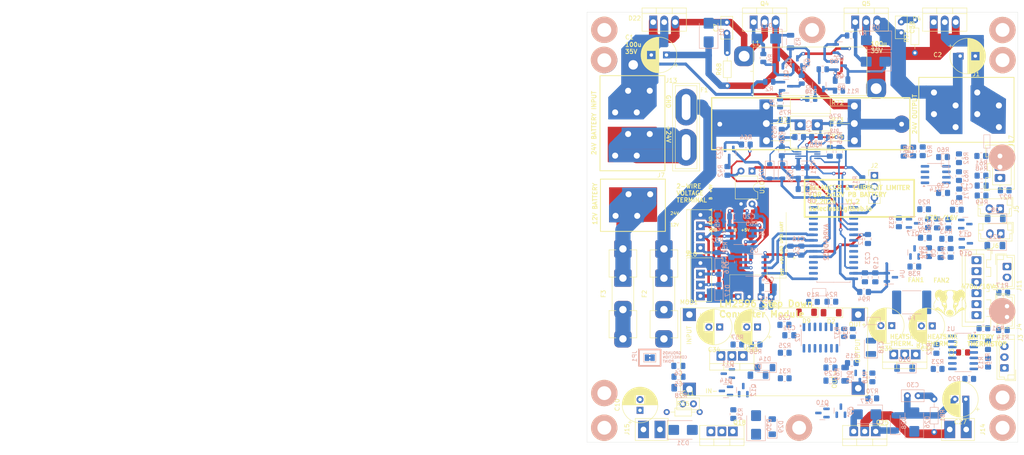
<source format=kicad_pcb>
(kicad_pcb (version 20240108) (generator "pcbnew") (generator_version "8.0")
  (layers (0 "F.Cu" signal) (31 "B.Cu" signal) (34 "B.Paste" user) (35 "F.Paste" user) (36 "B.SilkS" user "B.Silkscreen") (37 "F.SilkS" user "F.Silkscreen") (38 "B.Mask" user) (39 "F.Mask" user) (44 "Edge.Cuts" user))
  (net 0 "")
  (net 1 "GND")
  (net 2 "VOLTAGE_BATT_12V")
  (net 3 "UPDI")
  (net 4 "Net-(D1-A1)")
  (net 5 "+5V")
  (net 6 "Net-(Q10-B)")
  (net 7 "Net-(C30-Pad1)")
  (net 8 "+12V_LOCAL")
  (net 9 "ADC_I_FAN2")
  (net 10 "ADC_I_FAN1")
  (net 11 "TEMP_AKU_24V")
  (net 12 "TEMP_AKU_12V")
  (net 13 "Net-(D8-A2)")
  (net 14 "DC_LINE_24V")
  (net 15 "Net-(D21-A2)")
  (net 16 "Net-(Q16-B)")
  (net 17 "Net-(D26-A1)")
  (net 18 "Net-(D27-A1)")
  (net 19 "BALANCE_ON_24V")
  (net 20 "BALANCE_ON_12V")
  (net 23 "LED1_PF6_RST")
  (net 24 "/BMS_microcontroller/VOLTAGE_BATT_12V_3W")
  (net 25 "Net-(C7-Pad1)")
  (net 26 "Net-(D1-A2)")
  (net 27 "+24V_LOCAL")
  (net 28 "Net-(Q13-G)")
  (net 29 "Net-(D3-A2)")
  (net 30 "Net-(Q13-S)")
  (net 31 "Net-(U14A-+)")
  (net 32 "Net-(D29-K)")
  (net 33 "/BMS_microcontroller/RS485_A")
  (net 34 "/BMS_microcontroller/RS485_B")
  (net 35 "Net-(J7-Pin_1)")
  (net 36 "Net-(D11-A2)")
  (net 37 "Net-(Q16-C)")
  (net 38 "Net-(D31-A1)")
  (net 39 "Net-(Q11-C)")
  (net 40 "Net-(Q10-E)")
  (net 41 "Net-(Q12-E)")
  (net 42 "Net-(Q15-E)")
  (net 43 "Net-(Q17-B)")
  (net 44 "SDA")
  (net 45 "CLOCK")
  (net 46 "RS485_OUTPUT_ENABLE")
  (net 47 "RS232_RX")
  (net 48 "RS232_TX")
  (net 49 "Net-(U1B--)")
  (net 50 "Net-(U1A--)")
  (net 51 "Net-(U1D--)")
  (net 52 "Net-(D2-A2)")
  (net 53 "Net-(Q17-C)")
  (net 54 "DBG_UART")
  (net 55 "Net-(U1C--)")
  (net 56 "+BATT_12V")
  (net 57 "GNDA")
  (net 58 "Net-(Q19-G)")
  (net 59 "+BATT_24V")
  (net 60 "Net-(Q19-S)")
  (net 61 "TEMP_SMPS")
  (net 63 "Net-(J3-Pin_2)")
  (net 64 "Net-(J3-Pin_3)")
  (net 65 "Net-(J4-Pin_2)")
  (net 66 "Net-(J11-Pin_2)")
  (net 67 "PWM_OUT_DISCH")
  (net 68 "Net-(Q1-C)")
  (net 69 "Net-(Q2-B)")
  (net 70 "PWM_OUT_CHRG")
  (net 71 "Net-(Q6-B)")
  (net 72 "Net-(Q8-C)")
  (net 73 "Net-(Q11-B)")
  (net 74 "Net-(Q11-E)")
  (net 75 "R_shunt_L")
  (net 76 "R_shunt_H")
  (net 77 "Net-(J13-Pin_3)")
  (net 78 "Net-(F1-Pad2)")
  (net 79 "Net-(MOD1-OUT+)")
  (net 80 "Net-(C11-Pad1)")
  (net 81 "TEMP_BALANCER")
  (net 82 "PWM_FAN_BALANCER")
  (net 83 "Net-(Q15-B)")
  (net 84 "PWM_FAN_SMPS")
  (net 85 "VREF")
  (net 86 "Net-(D24-K)")
  (net 87 "Net-(D19-K)")
  (net 88 "Net-(D25-K)")
  (net 89 "Net-(C38-Pad1)")
  (net 90 "VOLTAGE_BATT_24V_3W")
  (net 91 "Net-(D14-A1)")
  (net 92 "Net-(Q2-E)")
  (net 93 "Net-(Q6-E)")
  (net 94 "GND_RS485")
  (net 95 "+5V_RS485")
  (net 96 "Net-(Q23-C)")
  (net 97 "Net-(Q23-B)")
  (net 98 "Net-(R42-Pad2)")
  (net 99 "Net-(U6-DE)")
  (net 100 "Net-(U5-VIA)")
  (net 101 "Net-(U5-VOB)")
  (net 102 "Net-(D5-A2)")
  (net 103 "Net-(Q1-B)")
  (net 104 "Net-(Q1-E)")
  (net 105 "Net-(Q8-B)")
  (net 106 "Net-(Q8-E)")
  (net 107 "Net-(R1-Pad1)")
  (net 108 "Net-(R11-Pad1)")
  (net 109 "Net-(U12-ADJ)")
  (net 110 "Net-(U14B-+)")
  (net 111 "Net-(U14A--)")
  (net 112 "GND_VOLTAGE_DROP_INPUT")
  (net 113 "Net-(U14B--)")
  (net 114 "Net-(R63-Pad1)")
  (net 115 "GND_VOLTAGE_DROP_ADC")
  (footprint "Capacitor_THT:C_Disc_D5.0mm_W2.5mm_P2.50mm" (layer "F.Cu") (at 189.3 55.75 90)
    (property "Reference" "C7")
    (property "Value" "1u")
  )
  (footprint "Resistor_THT:R_Axial_DIN0309_L9.0mm_D3.2mm_P20.32mm_Horizontal" (layer "F.Cu") (at 198.43 76.65)
    (property "Reference" "R73")
    (property "Value" "20A/75mV")
  )
  (footprint "My-Footprints-connectors:Flat-6,3mm-connector-4P" (layer "F.Cu") (at 175 65.575 -90)
    (property "Reference" "J13")
    (property "Value" "BATT_IN")
  )
  (footprint "Connector_PinHeader_2.54mm:PinHeader_1x03_P2.54mm_Vertical" (layer "F.Cu") (at 223.4 88.72)
    (property "Reference" "J2")
    (property "Value" "ICP")
  )
  (footprint "Connector_JST:JST_EH_B2B-EH-A_1x02_P2.50mm_Vertical" (layer "F.Cu") (at 254.025 109.725 -90)
    (property "Reference" "J11")
    (property "Value" "HEATSING_TEMP1")
  )
  (footprint "Capacitor_THT:CP_Radial_D8.0mm_P2.50mm" (layer "F.Cu") (at 169.25 142.975 90)
    (property "Reference" "C10")
    (property "Value" "470u/25V")
  )
  (footprint "My-Footprints-connectors:Conn_1x2_wire" (layer "F.Cu") (at 170.045 147.4 90)
    (property "Reference" "J15")
    (property "Value" "LOAD_RESISTOR")
  )
  (footprint "Capacitor_THT:C_Disc_D5.0mm_W2.5mm_P2.50mm" (layer "F.Cu") (at 229.6 53.15 -90)
    (property "Reference" "C38")
    (property "Value" "1u")
  )
  (footprint "My-Footprints:B0505S" (layer "F.Cu") (at 201.5125 117.6125 180)
    (property "Reference" "U9")
    (property "Value" "B0505S-1W")
  )
  (footprint "Connector_JST:JST_EH_B2B-EH-A_1x02_P2.50mm_Vertical" (layer "F.Cu") (at 252.45 96.35 180)
    (property "Reference" "J5")
    (property "Value" "FAN1")
  )
  (footprint "My-Footprints-connectors:Flat-6,3mm-connector-4P" (layer "F.Cu") (at 233.65 65.975)
    (property "Reference" "J1")
    (property "Value" "BATT_OUT")
  )
  (footprint "My-Footprints:TO-220-3_V_Thick_Pads" (layer "F.Cu") (at 172.3 53.2)
    (property "Reference" "D22")
    (property "Value" "D_Schottky")
  )
  (footprint "My-Footprints:TO-220-3_Vertical-little-bigger pads" (layer "F.Cu") (at 193 130.4 180)
    (property "Reference" "U12")
    (property "Value" "LM317_TO-220")
  )
  (footprint "Resistor_THT:R_Axial_DIN0309_L9.0mm_D3.2mm_P20.32mm_Horizontal" (layer "F.Cu") (at 198.45 80.63)
    (property "Reference" "R74")
    (property "Value" "20A/75mV")
  )
  (footprint "My-Footprints:TO-220-3_V_Thick_Pads" (layer "F.Cu") (at 195.5 53.2)
    (property "Reference" "Q4")
    (property "Value" "IRF4905")
  )
  (footprint "Connector_JST:JST_EH_B3B-EH-A_1x03_P2.50mm_Vertical" (layer "F.Cu") (at 253.425 133.175 90)
    (property "Reference" "J3")
    (property "Value" "Conn_01x03")
  )
  (footprint "My-Footprints-connectors:JST_XH_1x06_P2.54mm_Vertical" (layer "F.Cu") (at 246.975 108.465 -90)
    (property "Reference" "J8")
    (property "Value" "Conn_01x06")
  )
  (footprint "Diode_SMD:D_MiniMELF" (layer "F.Cu") (at 213.4 120.4 180)
    (property "Reference" "D2")
    (property "Value" "BAT86")
  )
  (footprint "graphic:honeybadger2" (layer "F.Cu") (at 240.85 118.25)
    (property "Reference" "G***" (hide yes))
    (property "Value" "LOGO" (hide yes))
  )
  (footprint "My-Footprints:TO-220-3_V_Thick_Pads" (layer "F.Cu") (at 218.96 53.2)
    (property "Reference" "Q5")
    (property "Value" "IRF4905")
  )
  (footprint "Resistor_THT:R_Axial_DIN0204_L3.6mm_D1.6mm_P7.62mm_Horizontal" (layer "F.Cu") (at 175.415 143.375)
    (property "Reference" "R35")
    (property "Value" "10R")
  )
  (footprint "Resistor_THT:R_Axial_DIN0309_L9.0mm_D3.2mm_P20.32mm_Horizontal" (layer "F.Cu") (at 198.43 72.6)
    (property "Reference" "R72")
    (property "Value" "20A/75mV")
  )
  (footprint "My-Footprints:TO-220-3_Vertical-little-bigger pads" (layer "F.Cu") (at 190.7 147.85 180)
    (property "Reference" "Q18")
    (property "Value" "IRF540N")
  )
  (footprint "My-Footprints:Inductor_Toroidal" (layer "F.Cu") (at 193.3 64.575)
    (property "Reference" "L1")
    (property "Value" "L")
  )
  (footprint "Capacitor_THT:CP_Radial_D8.0mm_P3.50mm" (layer "F.Cu") (at 175.352651 60.8 180)
    (property "Reference" "C1")
    (property "Value" "100u/35V")
  )
  (footprint "My-Footprints:Fuse_Blade_ATO_directSolder" (layer "F.Cu") (at 179.9 82.15 90)
    (property "Reference" "F1")
    (property "Value" "6,3A")
  )
  (footprint "Resistor_THT:R_Axial_DIN0204_L3.6mm_D1.6mm_P7.62mm_Horizontal" (layer "F.Cu") (at 232.75 60.3 90)
    (property "Reference" "R77")
    (property "Value" "10R")
  )
  (footprint "Connector_Hirose:Hirose_DF63M-2P-3.96DSA_1x02_P3.96mm_Vertical" (layer "F.Cu") (at 210.2 76.95 180)
    (property "Reference" "J12")
    (property "Value" "External Current Shunt")
  )
  (footprint "My-Footprints-connectors:Conn-01x04-N25-W4P" (layer "F.Cu") (at 180 117.9 90)
    (property "Reference" "J10")
    (property "Value" "RS485")
  )
  (footprint "My-Footprints-connectors:Flat-6,3mm-connector-2P" (layer "F.Cu") (at 175.1 89.5 -90)
    (property "Reference" "J7")
    (property "Value" "BATT_12V")
  )
  (footprint "Connector_JST:JST_EH_B2B-EH-A_1x02_P2.50mm_Vertical" (layer "F.Cu") (at 254.025 118.9 -90)
    (property "Reference" "J4")
    (property "Value" "HEATSING_TEMP1")
  )
  (footprint "My-Footprints-connectors:Conn_1x2_wire" (layer "F.Cu") (at 244.605 147.4 -90)
    (property "Reference" "J14")
    (property "Value" "LOAD_RESISTOR")
  )
  (footprint "Capacitor_THT:CP_Radial_D8.0mm_P2.50mm" (layer "F.Cu") (at 187.65 123.7 180)
    (property "Reference" "C34")
    (property "Value" "220u/35V")
  )
  (footprint "Capacitor_THT:CP_Radial_D8.0mm_P3.50mm" (layer "F.Cu") (at 243.2 61.05)
    (property "Reference" "C2")
    (property "Value" "100u/35V")
  )
  (footprint "Diode_SMD:D_MiniMELF" (layer "F.Cu") (at 207.7 120.3 180)
    (property "Reference" "D9")
    (property "Value" "BAT86")
  )
  (footprint "Capacitor_SMD:C_0805_2012Metric_Pad1.18x1.45mm_HandSolder" (layer "F.Cu") (at 243.875 129.59)
    (property "Reference" "C3")
    (property "Value" "100n")
  )
  (footprint "Resistor_THT:R_Axial_DIN0204_L3.6mm_D1.6mm_P7.62mm_Horizontal" (layer "F.Cu") (at 189.4 67.91 90)
    (property "Reference" "R68")
    (property "Value" "10R")
  )
  (footprint "My-Footprints:TO-220-3_V_Thick_Pads" (layer "F.Cu") (at 237.1 53.2)
    (property "Reference" "D4")
    (property "Value" "D_Schottky")
  )
  (footprint "My-Footprints-connectors:JST_XA_1x03_P2.54mm_Vertical" (layer "F.Cu") (at 252.4 89.24 90)
    (property "Reference" "J17")
    (property "Value" "Conn_01x03" (hide yes))
  )
  (footprint "My-Footprints:Fuseholder_Clip-5x20mm_Eaton_1A5601-01_Inline_P20.80x6.76mm_D1.70mm_Horizontal" (layer "F.Cu") (at 165.3 126.44 90)
    (property "Reference" "F3")
    (property "Value" "6,3A")
  )
  (footprint "Package_DIP:DIP-4_W7.62mm" (layer "F.Cu") (at 195.125 87.63 -90)
    (property "Reference" "U10")
    (property "Value" "PC817")
  )
  (footprint "Capacitor_THT:CP_Radial_D8.0mm_P2.50mm" (layer "F.Cu") (at 227.4 123.4 180)
    (property "Reference" "C35")
    (property "Value" "220u/6,3V")
  )
  (footprint "My-Footprints-converters-modules:LM2596-Step-Down-Conv" (layer "F.Cu") (at 178.655 139.615 90)
    (property "Reference" "MOD1")
    (property "Value" "LM2596-Step-Down")
  )
  (footprint "My-Footprints-connectors:Conn-01x04-N25-W4P" (layer "F.Cu") (at 180 106.77 90)
    (property "Reference" "J9")
    (property "Value" "RS485")
  )
  (footprint "My-Footprints:Resistor-Power-5W-L22-W10" (layer "F.Cu") (at 185.675 76.8)
    (property "Reference" "R5" (hide yes))
    (property "Value" "20A/75mV")
  )
  (footprint "My-Footprints:TO-220-3_Vertical-little-bigger pads" (layer "F.Cu") (at 232.94 130.055 180)
    (property "Reference" "U11")
    (property "Value" "LM7805_TO220")
  )
  (footprint "My-Footprints:TO-220-3_Vertical-little-bigger pads" (layer "F.Cu") (at 223.7 147.85 180)
    (property "Reference" "Q25")
    (property "Value" "IRF540N")
  )
  (footprint "Capacitor_THT:C_Disc_D5.0mm_W2.5mm_P2.50mm" (layer "F.Cu") (at 179.1 141.475)
    (property "Reference" "C11")
    (property "Value" "1u")
  )
  (footprint "Capacitor_THT:CP_Radial_D8.0mm_P2.50mm" (layer "F.Cu") (at 244.5 140.4 180)
    (property "Reference" "C27")
    (property "Value" "470u/25V")
  )
  (footprint "Connector_JST:JST_EH_B2B-EH-A_1x02_P2.50mm_Vertical" (layer "F.Cu") (at 252.575 102.125 180)
    (property "Reference" "J6")
    (property "Value" "FAN1")
  )
  (footprint "Capacitor_THT:CP_Radial_D8.0mm_P2.50mm" (layer "F.Cu") (at 196.4 123.7 180)
    (property "Reference" "C33")
    (property "Value" "100u/25V")
  )
  (footprint "Capacitor_THT:CP_Radial_D8.0mm_P2.50mm" (layer "F.Cu") (at 236.752651 123.447349 180)
    (property "Reference" "C36")
    (property "Value" "470u/16V")
  )
  (footprint "My-Footprints:Fuseholder_Clip-5x20mm_Eaton_1A5601-01_Inline_P20.80x6.76mm_D1.70mm_Horizontal" (layer "F.Cu") (at 174.775 126.45 90)
    (property "Reference" "F2")
    (property "Value" "2A")
  )
  (footprint "Diode_SMD:D_MiniMELF" (layer "B.Cu") (at 228.2 145.9 90)
    (property "Reference" "D28")
    (property "Value" "BAT86")
  )
  (footprint "Package_TO_SOT_SMD:SOT-23" (layer "B.Cu") (at 201.3 62.5 90)
    (property "Reference" "Q2")
    (property "Value" "BC817")
  )
  (footprint "Resistor_SMD:R_0805_2012Metric_Pad1.20x1.40mm_HandSolder" (layer "B.Cu") (at 235.05 103.05 180)
    (property "Reference" "R39")
    (property "Value" "10k")
  )
  (footprint "Capacitor_SMD:C_0805_2012Metric_Pad1.18x1.45mm_HandSolder" (layer "B.Cu") (at 206.5 106.0375 90)
    (property "Reference" "C16")
    (property "Value" "100n")
  )
  (footprint "Resistor_SMD:R_0805_2012Metric_Pad1.20x1.40mm_HandSolder" (layer "B.Cu") (at 236 106.4 -90)
    (property "Reference" "R40")
    (property "Value" "100R")
  )
  (footprint "Capacitor_SMD:C_0805_2012Metric_Pad1.18x1.45mm_HandSolder" (layer "B.Cu") (at 230.175 83.14 90)
    (property "Reference" "C37")
    (property "Value" "100n")
  )
  (footprint "Resistor_SMD:R_0805_2012Metric_Pad1.20x1.40mm_HandSolder" (layer "B.Cu") (at 222.9 140.2 180)
    (property "Reference" "R70")
    (property "Value" "10R")
  )
  (footprint "Resistor_SMD:R_0805_2012Metric_Pad1.20x1.40mm_HandSolder" (layer "B.Cu") (at 238 133.4 180)
    (property "Reference" "R23")
    (property "Value" "1k")
  )
  (footprint "Package_TO_SOT_SMD:SOT-23" (layer "B.Cu") (at 220.025 135.2625 -90)
    (property "Reference" "Q15")
    (property "Value" "BC817")
  )
  (footprint "Diode_SMD:D_SOD-123" (layer "B.Cu") (at 202.2 87.7 -90)
    (property "Reference" "D25")
    (property "Value" "PTVS5V0Z1USK")
  )
  (footprint "Resistor_SMD:R_0805_2012Metric" (layer "B.Cu") (at 218 56.3)
    (property "Reference" "R7")
    (property "Value" "10R")
  )
  (footprint "Resistor_SMD:R_0805_2012Metric_Pad1.20x1.40mm_HandSolder" (layer "B.Cu") (at 232.625 109.725)
    (property "Reference" "R38")
    (property "Value" "10k")
  )
  (footprint "Resistor_SMD:R_0805_2012Metric_Pad1.20x1.40mm_HandSolder" (layer "B.Cu") (at 234.55 83.065 90)
    (property "Reference" "R67")
    (property "Value" "10k/1%")
  )
  (footprint "Capacitor_SMD:C_0805_2012Metric_Pad1.18x1.45mm_HandSolder" (layer "B.Cu") (at 223.6 112.22 -90)
    (property "Reference" "C19")
    (property "Value" "100n")
  )
  (footprint "Diode_SMD:D_MiniMELF" (layer "B.Cu") (at 230.3775 133.2225 180)
    (property "Reference" "D10")
    (property "Value" "1N4148")
  )
  (footprint "Resistor_SMD:R_0805_2012Metric_Pad1.20x1.40mm_HandSolder" (layer "B.Cu") (at 242.925 88.8 90)
    (property "Reference" "R63")
    (property "Value" "10k/1%")
  )
  (footprint "Resistor_SMD:R_0805_2012Metric_Pad1.20x1.40mm_HandSolder" (layer "B.Cu") (at 187.1 105.5 90)
    (property "Reference" "R51")
    (property "Value" "510R")
  )
  (footprint "Package_SO:SOIC-14_3.9x8.7mm_P1.27mm" (layer "B.Cu") (at 210.9275 126.15 -90)
    (property "Reference" "U2")
    (property "Value" "74AHCT125")
  )
  (footprint "Resistor_SMD:R_0805_2012Metric_Pad1.20x1.40mm_HandSolder" (layer "B.Cu") (at 234.875 96.475 180)
    (property "Reference" "R29")
    (property "Value" "10k")
  )
  (footprint "Resistor_SMD:R_1206_3216Metric" (layer "B.Cu") (at 204 57.7 90)
    (property "Reference" "R3")
    (property "Value" "10k")
  )
  (footprint "Resistor_SMD:R_0805_2012Metric_Pad1.20x1.40mm_HandSolder" (layer "B.Cu") (at 242.425 96.575 180)
    (property "Reference" "R30")
    (property "Value" "210mR")
  )
  (footprint "Package_SO:VSSOP-10_3x3mm_P0.5mm" (layer "B.Cu") (at 208 83.7 180)
    (property "Reference" "U7")
    (property "Value" "INA226")
  )
  (footprint "Resistor_SMD:R_0805_2012Metric_Pad1.20x1.40mm_HandSolder" (layer "B.Cu") (at 213.45 117.85 180)
    (property "Reference" "R24")
    (property "Value" "10k")
  )
  (footprint "Capacitor_SMD:C_0805_2012Metric_Pad1.18x1.45mm_HandSolder" (layer "B.Cu") (at 221.2 112.21 -90)
    (property "Reference" "C23")
    (property "Value" "10u")
  )
  (footprint "Resistor_SMD:R_0805_2012Metric_Pad1.20x1.40mm_HandSolder" (layer "B.Cu") (at 248.575 124 180)
    (property "Reference" "R21")
    (property "Value" "1k")
  )
  (footprint "Package_SO:SO-8_3.9x4.9mm_P1.27mm" (layer "B.Cu") (at 195.6 109.4 180)
    (property "Reference" "U5")
    (property "Value" "ADUM3211ARZ")
  )
  (footprint "Resistor_SMD:R_0805_2012Metric_Pad1.20x1.40mm_HandSolder" (layer "B.Cu") (at 253.5 92.1 180)
    (property "Reference" "R27")
    (property "Value" "0R")
  )
  (footprint "Capacitor_SMD:C_0805_2012Metric_Pad1.18x1.45mm_HandSolder" (layer "B.Cu") (at 238.7 106.6 -90)
    (property "Reference" "C8")
    (property "Value" "47n")
  )
  (footprint "Package_TO_SOT_SMD:SOT-23" (layer "B.Cu") (at 244.5125 104.35)
    (property "Reference" "Q19")
    (property "Value" "AO3400A")
  )
  (footprint "Resistor_SMD:R_0805_2012Metric_Pad1.20x1.40mm_HandSolder" (layer "B.Cu") (at 190.8 143.85 90)
    (property "Reference" "R34")
    (property "Value" "10R")
  )
  (footprint "Package_SO:SOIC-14_3.9x8.7mm_P1.27mm" (layer "B.Cu") (at 243.875 129.59 180)
    (property "Reference" "U1")
    (property "Value" "LM324")
  )
  (footprint "Resistor_SMD:R_0805_2012Metric_Pad1.20x1.40mm_HandSolder" (layer "B.Cu") (at 206.8 89.4)
    (property "Reference" "C25")
    (property "Value" "100n")
  )
  (footprint "Capacitor_SMD:C_0805_2012Metric_Pad1.18x1.45mm_HandSolder" (layer "B.Cu") (at 190.35 108.65 -90)
    (property "Reference" "C32")
    (property "Value" "100n")
  )
  (footprint "Resistor_SMD:R_0805_2012Metric_Pad1.20x1.40mm_HandSolder" (layer "B.Cu") (at 218.175 132.0375 180)
    (property "Reference" "R15")
    (property "Value" "1k")
  )
  (footprint "Resistor_SMD:R_0805_2012Metric_Pad1.20x1.40mm_HandSolder" (layer "B.Cu") (at 209.9 79.75 180)
    (property "Reference" "R58")
    (property "Value" "10R")
  )
  (footprint "Resistor_SMD:R_0805_2012Metric_Pad1.20x1.40mm_HandSolder" (layer "B.Cu") (at 202 79 -90)
    (property "Reference" "R59")
    (property "Value" "10R")
  )
  (footprint "Diode_SMD:D_SMB" (layer "B.Cu") (at 196.05 146.35 90)
    (property "Reference" "D30")
    (property "Value" "SM6T15A")
  )
  (footprint "Package_TO_SOT_SMD:SOT-23" (layer "B.Cu") (at 227.2 112.2)
    (property "Reference" "U4")
    (property "Value" "TL432DBZ")
  )
  (footprint "Resistor_SMD:R_0805_2012Metric_Pad1.20x1.40mm_HandSolder" (layer "B.Cu") (at 240.475 99.85 -90)
    (property "Reference" "R45")
    (property "Value" "1k")
  )
  (footprint "Resistor_SMD:R_0805_2012Metric_Pad1.20x1.40mm_HandSolder" (layer "B.Cu") (at 253.15 115.775)
    (property "Reference" "R17")
    (property "Value" "150k")
  )
  (footprint "Resistor_SMD:R_0805_2012Metric" (layer "B.Cu") (at 211.45 64.1)
    (property "Reference" "R9")
    (property "Value" "1k")
  )
  (footprint "Jumper:SolderJumper-2_P1.3mm_Bridged2Bar_Pad1.0x1.5mm" (layer "B.Cu") (at 171.5 130.8 180)
    (property "Reference" "JP1")
    (property "Value" "GND_Bridged")
  )
  (footprint "Resistor_SMD:R_0805_2012Metric_Pad1.20x1.40mm_HandSolder" (layer "B.Cu") (at 202 83.1 -90)
    (property "Reference" "R26")
    (property "Value" "0R")
  )
  (footprint "Diode_SMD:D_MiniMELF" (layer "B.Cu") (at 198.1 133.1 180)
    (property "Reference" "D14")
    (property "Value" "BAT86")
  )
  (footprint "Resistor_SMD:R_0805_2012Metric_Pad1.20x1.40mm_HandSolder" (layer "B.Cu") (at 235.775 99.725 -90)
    (property "Reference" "R32")
    (property "Value" "100R")
  )
  (footprint "Resistor_SMD:R_0805_2012Metric_Pad1.20x1.40mm_HandSolder" (layer "B.Cu") (at 189.45 87.6 -90)
    (property "Reference" "R42")
    (property "Value" "1k")
  )
  (footprint "Package_TO_SOT_SMD:SOT-23" (layer "B.Cu") (at 232.675 106.4625 90)
    (property "Reference" "Q16")
    (property "Value" "BC817")
  )
  (footprint "Resistor_SMD:R_0805_2012Metric_Pad1.20x1.40mm_HandSolder" (layer "B.Cu") (at 191.75 127.75 180)
    (property "Reference" "R57")
    (property "Value" "1k")
  )
  (footprint "Resistor_SMD:R_0805_2012Metric_Pad1.20x1.40mm_HandSolder" (layer "B.Cu") (at 187.2 96.8 90)
    (property "Reference" "R53")
    (property "Value" "510R")
  )
  (footprint "Package_TO_SOT_SMD:SOT-23" (layer "B.Cu") (at 244.3875 99.9)
    (property "Reference" "Q13")
    (property "Value" "AO3400A")
  )
  (footprint "Resistor_SMD:R_0805_2012Metric_Pad1.20x1.40mm_HandSolder" (layer "B.Cu") (at 206.8 91.8 180)
    (property "Reference" "R41")
    (property "Value" "10R")
  )
  (footprint "Resistor_THT:R_Axial_DIN0204_L3.6mm_D1.6mm_P7.62mm_Horizontal" (layer "B.Cu") (at 237.2 148.01 90)
    (property "Reference" "R81")
    (property "Value" "10R")
  )
  (footprint "Diode_SMD:Nexperia_CFP3_SOD-123W" (layer "B.Cu") (at 187.5 110.1 -90)
    (property "Reference" "D16")
    (property "Value" "D_TVS")
  )
  (footprint "Capacitor_SMD:C_0805_2012Metric_Pad1.18x1.45mm_HandSolder" (layer "B.Cu") (at 237.875 99.75 -90)
    (property "Reference" "C9")
    (property "Value" "47n")
  )
  (footprint "Resistor_SMD:R_0805_2012Metric_Pad1.20x1.40mm_HandSolder" (layer "B.Cu") (at 195.1 98.1)
    (property "Reference" "R65")
    (property "Value" "4k7")
  )
  (footprint "Resistor_SMD:R_0805_2012Metric_Pad1.20x1.40mm_HandSolder" (layer "B.Cu") (at 242.975 92.8 90)
    (property "Reference" "R71")
    (property "Value" "100R")
  )
  (footprint "Diode_SMD:D_SMB" (layer "B.Cu") (at 179.1725 147.5025)
    (property "Reference" "D31")
    (property "Value" "SM6T15A")
  )
  (footprint "Capacitor_SMD:C_0805_2012Metric_Pad1.18x1.45mm_HandSolder" (layer "B.Cu") (at 213.2375 136.11 180)
    (property "Reference" "C29")
    (property "Value" "100n")
  )
  (footprint "Resistor_SMD:R_0805_2012Metric_Pad1.20x1.40mm_HandSolder" (layer "B.Cu") (at 209.2 117.9 180)
    (property "Reference" "R19")
    (property "Value" "10k")
  )
  (footprint "Resistor_SMD:R_0805_2012Metric_Pad1.20x1.40mm_HandSolder" (layer "B.Cu") (at 206.025 79.775 180)
    (property "Reference" "C24")
    (property "Value" "100n")
  )
  (footprint "Resistor_SMD:R_1206_3216Metric" (layer "B.Cu") (at 215.8 66.6)
    (property "Reference" "R8")
    (property "Value" "10k")
  )
  (footprint "Diode_SMD:D_SOD-123" (layer "B.Cu") (at 214.3 79.8)
    (property "Reference" "D19")
    (property "Value" "PTVS5V0Z1USK")
  )
  (footprint "Resistor_SMD:R_0805_2012Metric_Pad1.20x1.40mm_HandSolder" (layer "B.Cu") (at 220.6 90.2 -90)
    (property "Reference" "R12")
    (property "Value" "10k")
  )
  (footprint "Package_SO:SOIC-8_3.9x4.9mm_P1.27mm" (layer "B.Cu") (at 237.55 88.45)
    (property "Reference" "U14")
    (property "Value" "LMV358")
  )
  (footprint "Resistor_SMD:R_0805_2012Metric_Pad1.20x1.40mm_HandSolder" (layer "B.Cu") (at 232.35 83.115 -90)
    (property "Reference" "R66")
    (property "Value" "10k/1%")
  )
  (footprint "Resistor_SMD:R_0805_2012Metric_Pad1.20x1.40mm_HandSolder" (layer "B.Cu") (at 239.25 84.4 180)
    (property "Reference" "R60")
    (property "Value" "10k/1%")
  )
  (footprint "Capacitor_THT:C_Disc_D5.0mm_W2.5mm_P2.50mm" (layer "B.Cu") (at 233.5 139.6 180)
    (property "Reference" "C30")
    (property "Value" "1u")
  )
  (footprint "Diode_SMD:D_SMB" (layer "B.Cu") (at 232.6 145.7 90)
    (property "Reference" "D26")
    (property "Value" "SM6T15A")
  )
  (footprint "Resistor_SMD:R_0805_2012Metric" (layer "B.Cu") (at 202.63 75.8)
    (property "Reference" "R75")
    (property "Value" "0R")
  )
  (footprint "Diode_SMD:Nexperia_CFP3_SOD-123W" (layer "B.Cu") (at 187.5 115.3 90)
    (property "Reference" "D17")
    (property "Value" "D_TVS")
  )
  (footprint "Capacitor_SMD:C_0805_2012Metric_Pad1.18x1.45mm_HandSolder" (layer "B.Cu") (at 178.1 132.7)
    (property "Reference" "C6")
    (property "Value" "10u")
  )
  (footprint "Capacitor_SMD:C_0805_2012Metric_Pad1.18x1.45mm_HandSolder" (layer "B.Cu") (at 213.2375 133.1 180)
    (property "Reference" "C28")
    (property "Value" "10u")
  )
  (footprint "Capacitor_SMD:C_0805_2012Metric_Pad1.18x1.45mm_HandSolder" (layer "B.Cu") (at 248.175 91)
    (property "Reference" "C17")
    (property "Value" "470n")
  )
  (footprint "Capacitor_SMD:C_0805_2012Metric_Pad1.18x1.45mm_HandSolder" (layer "B.Cu") (at 198.4 118.95 180)
    (property "Reference" "C13")
    (property "Value" "100n")
  )
  (footprint "Diode_SMD:D_SMB" (layer "B.Cu") (at 198.43 57.01 180)
    (property "Reference" "D11")
    (property "Value" "SM6T15A")
  )
  (footprint "Resistor_SMD:R_0805_2012Metric" (layer "B.Cu") (at 215.2 69.05 180)
    (property "Reference" "R11")
    (property "Value" "1k")
  )
  (footprint "Package_SO:SOIC-28W_7.5x17.9mm_P1.27mm" (layer "B.Cu") (at 213.95 104.3 180)
    (property "Reference" "U8")
    (property "Value" "AVR64DD28")
  )
  (footprint "Fuse:Fuse_2920_7451Metric_Pad2.10x5.45mm_HandSolder" (layer "B.Cu") (at 232 118)
    (property "Reference" "F4")
    (property "Value" "2A")
  )
  (footprint "Resistor_SMD:R_0805_2012Metric_Pad1.20x1.40mm_HandSolder" (layer "B.Cu") (at 237.7125 128.775 -90)
    (property "Reference" "R22")
    (property "Value" "1k")
  )
  (footprint "Diode_SMD:D_SMB" (layer "B.Cu") (at 223.65 62.35 180)
    (property "Reference" "D3")
    (property "Value" "SM6T15A")
  )
  (footprint "Capacitor_SMD:C_0805_2012Metric_Pad1.18x1.45mm_HandSolder" (layer "B.Cu") (at 202.6 123.2 180)
    (property "Reference" "C26")
    (property "Value" "1u")
  )
  (footprint "Resistor_SMD:R_0805_2012Metric" (layer "B.Cu") (at 206.6 66.5 90)
    (property "Reference" "R4")
    (property "Value" "1k")
  )
  (footprint "Capacitor_SMD:C_0805_2012Metric_Pad1.18x1.45mm_HandSolder" (layer "B.Cu") (at 191 98.15)
    (property "Reference" "C20")
    (property "Value" "100n")
  )
  (footprint "Resistor_SMD:R_0805_2012Metric_Pad1.20x1.40mm_HandSolder" (layer "B.Cu") (at 242.925 84.675 90)
    (property "Reference" "R62")
    (property "Value" "10k/1%")
  )
  (footprint "Package_TO_SOT_SMD:SOT-23" (layer "B.Cu") (at 189.5375 134.5 180)
    (property "Reference" "Q11")
    (property "Value" "BC817")
  )
  (footprint "Package_TO_SOT_SMD:SOT-23" (layer "B.Cu") (at 215.3625 63.25)
    (property "Reference" "Q6")
    (property "Value" "BC817")
  )
  (footprint "Capacitor_SMD:C_0805_2012Metric_Pad1.18x1.45mm_HandSolder" (layer "B.Cu") (at 221.9 103.35 -90)
    (property "Reference" "C12")
    (property "Value" "100n")
  )
  (footprint "Capacitor_SMD:C_0805_2012Metric_Pad1.18x1.45mm_HandSolder" (layer "B.Cu") (at 203.7375 125.61 180)
    (property "Reference" "C31")
    (property "Value" "100n")
  )
  (footprint "Resistor_SMD:R_0805_2012Metric" (layer "B.Cu") (at 214.3 76.65 180)
    (property "Reference" "R76")
    (property "Value" "0R")
  )
  (footprint "Diode_SMD:D_SMB" (layer "B.Cu") (at 223.7 57.4 180)
    (property "Reference" "D5")
    (property "Value" "SM6T15A")
  )
  (footprint "Resistor_SMD:R_0805_2012Metric_Pad1.20x1.40mm_HandSolder" (layer "B.Cu") (at 213.1 83.2 -90)
    (property "Reference" "R54")
    (property "Value" "10k")
  )
  (footprint "Package_TO_SOT_SMD:SOT-23" (layer "B.Cu") (at 215.65 143.0625 90)
    (property "Reference" "Q9")
    (property "Value" "BC817")
  )
  (footprint "Resistor_SMD:R_0805_2012Metric_Pad1.20x1.40mm_HandSolder" (layer "B.Cu") (at 249.625 127.9 90)
    (property "Reference" "R16")
    (property "Value" "150k")
  )
  (footprint "Diode_SMD:D_MiniMELF" (layer "B.Cu") (at 251.225 104.875 180)
    (property "Reference" "D21")
    (property "Value" "BAT86")
  )
  (footprint "Package_TO_SOT_SMD:SOT-23" (layer "B.Cu") (at 193.1 138.3 90)
    (property "Reference" "Q12")
    (property "Value" "BC817")
  )
  (footprint "Diode_SMD:D_SMB" (layer "B.Cu") (at 185.1 55.6 90)
    (property "Reference" "D1")
    (property "Value" "SM6T15A")
  )
  (footprint "Resistor_SMD:R_0805_2012Metric_Pad1.20x1.40mm_HandSolder" (layer "B.Cu") (at 248.15 93.3)
    (property "Reference" "R49")
    (property "Value" "1k")
  )
  (footprint "Package_TO_SOT_SMD:SOT-23" (layer "B.Cu") (at 210.65 67.7375 90)
    (property "Reference" "Q8")
    (property "Value" "BC817")
  )
  (footprint "Package_SO:SOIC-8_3.9x4.9mm_P1.27mm" (layer "B.Cu") (at 192.825 102.065 180)
    (property "Reference" "U6")
    (property "Value" "ST485")
  )
  (footprint "Resistor_SMD:R_0805_2012Metric_Pad1.20x1.40mm_HandSolder" (layer "B.Cu") (at 248.125 88.7 180)
    (property "Reference" "R48")
    (property "Value" "6k8")
  )
  (footprint "Capacitor_Tantalum_SMD:CP_EIA-3528-21_Kemet-B" (layer "B.Cu") (at 222.6 128.4 90)
    (property "Reference" "C18")
    (property "Value" "100u/6,3V (JA8)")
  )
  (footprint "Package_TO_SOT_SMD:SOT-23" (layer "B.Cu") (at 232.3125 99.725)
    (property "Reference" "Q17")
    (property "Value" "BC817")
  )
  (footprint "Resistor_SMD:R_0805_2012Metric" (layer "B.Cu") (at 216.4 125.05 -90)
    (property "Reference" "R37")
    (property "Value" "10k")
  )
  (footprint "Diode_SMD:D_MiniMELF" (layer "B.Cu") (at 199.8 146.75 90)
    (property "Reference" "D29")
    (property "Value" "BAT86")
  )
  (footprint "Resistor_SMD:R_0805_2012Metric_Pad1.20x1.40mm_HandSolder" (layer "B.Cu") (at 253.075 124.425)
    (property "Reference" "R14")
    (property "Value" "150k")
  )
  (footprint "Resistor_SMD:R_0805_2012Metric_Pad1.20x1.40mm_HandSolder" (layer "B.Cu") (at 221 115.6)
    (property "Reference" "R94")
    (property "Value" "510R")
  )
  (footprint "Resistor_SMD:R_0805_2012Metric_Pad1.20x1.40mm_HandSolder" (layer "B.Cu") (at 229.05 99.5125 -90)
    (property "Reference" "R33")
    (property "Value" "10k")
  )
  (footprint "Resistor_SMD:R_0805_2012Metric" (layer "B.Cu") (at 199.1 67)
    (property "Reference" "R2")
    (property "Value" "100R")
  )
  (footprint "Resistor_SMD:R_0805_2012Metric_Pad1.20x1.40mm_HandSolder" (layer "B.Cu") (at 193.7 81.5 180)
    (property "Reference" "R64")
    (property "Value" "1k")
  )
  (footprint "Package_TO_SOT_SMD:SOT-23" (layer "B.Cu") (at 211.3875 143.5875 180)
    (property "Reference" "Q10")
    (property "Value" "BC807")
  )
  (footprint "Capacitor_SMD:C_0805_2012Metric_Pad1.18x1.45mm_HandSolder" (layer "B.Cu") (at 239.25 92.69 180)
    (property "Reference" "C39")
    (property "Value" "100n")
  )
  (footprint "Resistor_SMD:R_0805_2012Metric_Pad1.20x1.40mm_HandSolder" (layer "B.Cu") (at 248.075 84.15)
    (property "Reference" "R61")
    (property "Value" "10k/1%")
  )
  (footprint "Resistor_SMD:R_0805_2012Metric_Pad1.20x1.40mm_HandSolder" (layer "B.Cu") (at 187.1 101.1 90)
    (property "Reference" "R52")
    (property "Value" "120R")
  )
  (footprint "Resistor_SMD:R_0805_2012Metric_Pad1.20x1.40mm_HandSolder" (layer "B.Cu") (at 202.675 129.66 180)
    (property "Reference" "R25")
    (property "Value" "1k")
  )
  (footprint "Resistor_SMD:R_0805_2012Metric_Pad1.20x1.40mm_HandSolder" (layer "B.Cu") (at 206.8 86.8)
    (property "Reference" "C21")
    (property "Value" "100n")
  )
  (footprint "Package_TO_SOT_SMD:SOT-23" (layer "B.Cu") (at 189.1 138.4875 180)
    (property "Reference" "Q14")
    (property "Value" "BC807")
  )
  (footprint "Resistor_SMD:R_0805_2012Metric_Pad1.20x1.40mm_HandSolder" (layer "B.Cu") (at 241 106.575 -90)
    (property "Reference" "R44")
    (property "Value" "1k")
  )
  (footprint "Resistor_SMD:R_0805_2012Metric" (layer "B.Cu") (at 208.7875 70.95 180)
    (property "Reference" "R10")
    (property "Value" "100R")
  )
  (footprint "Resistor_SMD:R_1206_3216Metric_Pad1.30x1.75mm_HandSolder" (layer "B.Cu") (at 178.7 137.75)
    (property "Reference" "R28")
    (property "Value" "2k2")
  )
  (footprint "Diode_SMD:D_SOD-123" (layer "B.Cu") (at 199.2 87.7 -90)
    (property "Reference" "D24")
    (property "Value" "PTVS5V0Z1USK")
  )
  (footprint "Capacitor_SMD:C_1206_3216Metric" (layer "B.Cu") (at 198.8 114.55 180)
    (property "Reference" "C14")
    (property "Value" "10u")
  )
  (footprint "Package_TO_SOT_SMD:SOT-23" (layer "B.Cu") (at 203 68.025)
    (property "Reference" "Q1")
    (property "Value" "BC817")
  )
  (footprint "Resistor_SMD:R_0805_2012Metric" (layer "B.Cu") (at 201.6 71.95 90)
    (property "Reference" "R1")
    (property "Value" "1k")
  )
  (footprint "Package_TO_SOT_SMD:SOT-23" (layer "B.Cu") (at 205.6 62.5 90)
    (property "Reference" "Q3")
    (property "Value" "BC807")
  )
  (footprint "Resistor_SMD:R_1206_3216Metric_Pad1.30x1.75mm_HandSolder" (layer "B.Cu") (at 216.625 134.6125 -90)
    (property "Reference" "R69")
    (property "Value" "2k2")
  )
  (footprint "Package_TO_SOT_SMD:SOT-23" (layer "B.Cu") (at 215.4 59.3125)
    (property "Reference" "Q7")
    (property "Value" "BC807")
  )
  (footprint "Resistor_SMD:R_0805_2012Metric_Pad1.20x1.40mm_HandSolder" (layer "B.Cu") (at 249.65 131.95 -90)
    (property "Reference" "R13")
    (property "Value" "150k")
  )
  (footprint "Capacitor_SMD:C_0805_2012Metric_Pad1.18x1.45mm_HandSolder" (layer "B.Cu") (at 178.1375 135.2)
    (property "Reference" "C5")
    (property "Value" "100n")
  )
  (footprint "Package_TO_SOT_SMD:SOT-23" (layer "B.Cu") (at 189.85 83.4375 -90)
    (property "Reference" "Q23")
    (property "Value" "BC817")
  )
  (footprint "Diode_SMD:D_MiniMELF" (layer "B.Cu") (at 251.3 98.625 180)
    (property "Reference" "D8")
    (property "Value" "BAT86")
  )
  (footprint "Resistor_SMD:R_0805_2012Metric_Pad1.20x1.40mm_HandSolder" (layer "B.Cu") (at 195.95 127.75)
    (property "Reference" "R56")
    (property "Value" "1k")
  )
  (footprint "Diode_SMD:D_MiniMELF" (layer "B.Cu") (at 196.5 134.85 180)
    (property "Reference" "D7")
    (property "Value" "BAT86")
  )
  (footprint "Resistor_SMD:R_0805_2012Metric" (layer "B.Cu") (at 218.4 125.05 -90)
    (property "Reference" "R36")
    (property "Value" "10k")
  )
  (footprint "Resistor_SMD:R_0805_2012Metric" (layer "B.Cu") (at 197.73 61.49 90)
    (property "Reference" "R6")
    (property "Value" "10R" (hide yes))
  )
  (footprint "Capacitor_SMD:C_0805_2012Metric_Pad1.18x1.45mm_HandSolder" (layer "B.Cu") (at 204 106.05 90)
    (property "Reference" "C4")
    (property "Value" "10u")
  )
  (footprint "Diode_SMD:D_SMB" (layer "B.Cu") (at 221.6 143.9 180)
    (property "Reference" "D27")
    (property "Value" "SM6T15A")
  )
  (footprint "Resistor_SMD:R_0805_2012Metric_Pad1.20x1.40mm_HandSolder" (layer "B.Cu") (at 239.975 103.3 180)
    (property "Reference" "R43")
    (property "Value" "210mR")
  )
  (footprint "Resistor_SMD:R_0805_2012Metric_Pad1.20x1.40mm_HandSolder" (layer "B.Cu") (at 215.3 83.2 -90)
    (property "Reference" "R55")
    (property "Value" "10k")
  )
  (footprint "Resistor_SMD:R_0805_2012Metric_Pad1.20x1.40mm_HandSolder" (layer "B.Cu") (at 222.925 135.3625 -90)
    (property "Reference" "R18")
    (property "Value" "470R")
  )
  (footprint "Resistor_SMD:R_0805_2012Metric_Pad1.20x1.40mm_HandSolder" (layer "B.Cu") (at 245.3 135.7 180)
    (property "Reference" "R20")
    (property "Value" "1k")
  )
  (footprint "Resistor_SMD:R_0805_2012Metric_Pad1.20x1.40mm_HandSolder" (layer "B.Cu") (at 202.675 135.56 180)
    (property "Reference" "R31")
    (property "Value" "220R")
  )
  (gr_poly (pts (xy 221.85 68.65) (xy 221.85 59.1) (xy 221.9 59.05) (xy 237.6 59.05) (xy 237.8 55.95) (xy 243 55.95) (xy 243 57.4) (xy 238.55 61.85) (xy 225.85 61.85) (xy 225.8 61.9) (xy 225.8 68.35) (xy 221.6 68.35)) (stroke (width 0.2)) (fill solid) (layer "F.Cu") (net 102))
  (gr_rect (start 161.9 77.5) (end 173 85.5) (stroke (width 0.2)) (fill solid) (layer "F.Cu") (net 77))
  (gr_poly (pts (xy 165.46 60.43) (xy 167.04 58.85) (xy 172.62 58.85) (xy 172.62 68.03) (xy 172.59 68.06) (xy 165.87 68.06) (xy 165.46 67.65) (xy 165.46 67.63)) (stroke (width 0.2)) (fill solid) (layer "F.Cu") (net 57))
  (gr_poly (pts (xy 172.8984 70.6) (xy 170 72.6) (xy 162.1016 72.7) (xy 162.1016 72.6) (xy 165.1 70.5) (xy 172.8984 70.5)) (stroke (width 0.2)) (fill solid) (layer "F.Cu") (net 57))
  (gr_rect (start 162.2 91.5) (end 173.1 99.3) (stroke (width 0.2)) (fill solid) (layer "F.Cu") (net 35))
  (gr_rect (start 217.34 71.14) (end 220.17 82.04) (stroke (width 0.2)) (fill solid) (layer "B.Cu") (net 4))
  (gr_rect (start 205.5 84.8) (end 206.1 86.2) (stroke (width 0.2)) (fill solid) (layer "B.Cu") (net 5))
  (gr_rect (start 245.875 57.175) (end 248.6 67.9) (stroke (width 0.2)) (fill solid) (layer "B.Cu") (net 57))
  (gr_poly (pts (xy 173 67.6) (xy 173 72.6) (xy 170 75.6) (xy 162 75.6) (xy 162 70.6) (xy 165 67.6) (xy 165 62.9) (xy 165 59.4) (xy 168.2 56.2) (xy 174.2 56.2) (xy 174 56.4) (xy 174 53.4) (xy 175.7 53.4) (xy 175.7 58.7) (xy 175.5 58.9) (xy 174 58.9) (xy 173.4 59.5) (xy 173.4 67.2)) (stroke (width 0.2)) (fill solid) (layer "B.Cu") (net 57))
  (gr_poly (pts (xy 223.2 54.9) (xy 223.2 53.5) (xy 224.4 52.3) (xy 225.8 52.3) (xy 228.5 55) (xy 229.825 55) (xy 230.575 55.75) (xy 230.575 65.775) (xy 232.7704 67.9704) (xy 235.3564 67.9704) (xy 235.4 68.014) (xy 235.4 70.8) (xy 230.2 70.8) (xy 227.2 67.8) (xy 227.2 58.9)) (stroke (width 0.2)) (fill solid) (layer "B.Cu") (net 14))
  (gr_poly (pts (xy 245.6688 76) (xy 250.571 78.8924) (xy 253.6 78.9) (xy 253.7 71) (xy 248.6 67.9) (xy 245.7 67.9)) (stroke (width 0.2)) (fill solid) (layer "B.Cu") (net 57))
  (gr_poly (pts (xy 235.3564 67.9704) (xy 243.6368 67.9704) (xy 243.6368 78.994) (xy 238.6584 78.994) (xy 235.3564 75.692)) (stroke (width 0.2)) (fill solid) (layer "B.Cu") (net 14))
  (gr_rect (start 241.625 60.4) (end 243.325 67.975) (stroke (width 0.2)) (fill solid) (layer "B.Cu") (net 14))
  (gr_rect (start 185.7 73.5) (end 198.65 79.6) (stroke (width 0.2)) (fill solid) (layer "B.Cu") (net 78))
  (gr_rect (start 240.475 56.275) (end 248.575 57.75) (stroke (width 0.2)) (fill solid) (layer "B.Cu") (net 57))
  (gr_rect (start 196.94 71.2) (end 199.87 82.03) (stroke (width 0.2)) (fill solid) (layer "B.Cu") (net 78))
  (gr_poly (pts (xy 169.9006 72.6948) (xy 172.8978 70.6374) (xy 172.8978 70.4088) (xy 165.1 70.358) (xy 165.1 70.4596) (xy 162.1028 72.5678) (xy 162.1028 72.644)) (stroke (width 0.2)) (fill solid) (layer "B.Cu") (net 57))
  (gr_line (start 249.375 85.65) (end 248.7 86.325) (stroke (width 0.1)) (layer "B.SilkS"))
  (gr_circle (center 253 147) (end 256 147) (stroke (width 0.1)) (fill solid) (layer "B.SilkS"))
  (gr_circle (center 160.975 147) (end 163.975 147) (stroke (width 0.1)) (fill solid) (layer "B.SilkS"))
  (gr_rect (start 238.85 83.6) (end 240.6 86.6) (stroke (width 0.1)) (fill none) (layer "B.SilkS"))
  (gr_line (start 221.65 123.15) (end 220.95 123.85) (stroke (width 0.1)) (layer "B.SilkS"))
  (gr_circle (center 161 54.975) (end 164 54.975) (stroke (width 0.1)) (fill solid) (layer "B.SilkS"))
  (gr_circle (center 252.975 55.025) (end 255.975 55.025) (stroke (width 0.1)) (fill solid) (layer "B.SilkS"))
  (gr_circle (center 253 61.975) (end 256 61.975) (stroke (width 0.1)) (fill solid) (layer "B.SilkS"))
  (gr_rect (start 209.1 114.8) (end 212.2 116.5) (stroke (width 0.1)) (fill none) (layer "B.SilkS"))
  (gr_circle (center 160.925 61.925) (end 163.925 61.925) (stroke (width 0.1)) (fill solid) (layer "B.SilkS"))
  (gr_rect (start 221.65 121.45) (end 224.75 123.15) (stroke (width 0.1)) (fill none) (layer "B.SilkS"))
  (gr_rect (start 169 128.9) (end 174 132.7) (stroke (width 0.4)) (fill none) (layer "B.SilkS"))
  (gr_line (start 212.75 117.05) (end 212.75 119.15) (stroke (width 0.1)) (layer "B.SilkS"))
  (gr_circle (center 252.9 84.55) (end 255.9 84.55) (stroke (width 0.1)) (fill solid) (layer "B.SilkS"))
  (gr_line (start 240.6 86.6) (end 240.6 88.35) (stroke (width 0.1)) (layer "B.SilkS"))
  (gr_line (start 240.6 88.35) (end 241.6 89.35) (stroke (width 0.1)) (layer "B.SilkS"))
  (gr_circle (center 205.95 146.975) (end 208.95 146.975) (stroke (width 0.1)) (fill solid) (layer "B.SilkS"))
  (gr_circle (center 252.95 140) (end 255.95 140) (stroke (width 0.1)) (fill solid) (layer "B.SilkS"))
  (gr_circle (center 161 138.975) (end 164 138.975) (stroke (width 0.1)) (fill solid) (layer "B.SilkS"))
  (gr_circle (center 252.9 120.05) (end 255.9 120.05) (stroke (width 0.1)) (fill solid) (layer "B.SilkS"))
  (gr_line (start 249.375 82.35) (end 249.375 85.65) (stroke (width 0.1)) (layer "B.SilkS"))
  (gr_rect (start 248.65 79.25) (end 250.1 82.35) (stroke (width 0.1)) (fill none) (layer "B.SilkS"))
  (gr_circle (center 209 54.975) (end 212 54.975) (stroke (width 0.1)) (fill solid) (layer "B.SilkS"))
  (gr_line (start 212.2 116.5) (end 212.75 117.05) (stroke (width 0.1)) (layer "B.SilkS"))
  (gr_circle (center 161 54.975) (end 164 54.975) (stroke (width 0.1)) (fill solid) (layer "F.SilkS"))
  (gr_circle (center 253 147) (end 256 147) (stroke (width 0.1)) (fill solid) (layer "F.SilkS"))
  (gr_rect (start 207.275 89.65) (end 232.575 98.25) (stroke (width 0.4)) (fill none) (layer "F.SilkS"))
  (gr_line (start 198.62 109.83) (end 198.62 112.4) (stroke (width 0.1)) (layer "F.SilkS"))
  (gr_circle (center 209 54.975) (end 212 54.975) (stroke (width 0.1)) (fill solid) (layer "F.SilkS"))
  (gr_circle (center 252.9 84.55) (end 255.9 84.55) (stroke (width 0.1)) (fill solid) (layer "F.SilkS"))
  (gr_circle (center 252.975 55.025) (end 255.975 55.025) (stroke (width 0.1)) (fill solid) (layer "F.SilkS"))
  (gr_circle (center 252.9 120.05) (end 255.9 120.05) (stroke (width 0.1)) (fill solid) (layer "F.SilkS"))
  (gr_circle (center 252.95 140) (end 255.95 140) (stroke (width 0.1)) (fill solid) (layer "F.SilkS"))
  (gr_circle (center 205.95 146.975) (end 208.95 146.975) (stroke (width 0.1)) (fill solid) (layer "F.SilkS"))
  (gr_line (start 203 112.4) (end 203 97.2) (stroke (width 0.1)) (layer "F.SilkS"))
  (gr_circle (center 160.925 61.925) (end 163.925 61.925) (stroke (width 0.1)) (fill solid) (layer "F.SilkS"))
  (gr_circle (center 161 138.975) (end 164 138.975) (stroke (width 0.1)) (fill solid) (layer "F.SilkS"))
  (gr_circle (center 160.975 147) (end 163.975 147) (stroke (width 0.1)) (fill solid) (layer "F.SilkS"))
  (gr_line (start 198.62 112.4) (end 203 112.4) (stroke (width 0.1)) (layer "F.SilkS"))
  (gr_circle (center 253 61.975) (end 256 61.975) (stroke (width 0.1)) (fill solid) (layer "F.SilkS"))
  (gr_rect (start 185.8 70.7) (end 231.6 82.7) (stroke (width 0.3)) (fill none) (layer "F.SilkS"))
  (gr_rect (start 157 50.88) (end 256.5 150.38) (stroke (width 0.05)) (fill none) (layer "Edge.Cuts"))
  (gr_text "AVR64DD32" (at 212.85 99.7 90) (layer "B.SilkS") (effects (font (size 1 1) (thickness 0.2) (bold yes)) (justify left bottom mirror)))
  (gr_text "GROUNDS\nCONNECTION\nPOINT" (at 174.4 132 0) (layer "B.SilkS") (effects (font (size 0.6 0.6) (thickness 0.12) (bold yes)) (justify right bottom mirror)))
  (gr_text "24V OUTPUT" (at 233.3 79.2 90) (layer "F.SilkS") (effects (font (size 1 1) (thickness 0.2) (bold yes)) (justify left bottom)))
  (gr_text "470u/16V" (at 234.9 99 0) (layer "F.SilkS") (effects (font (size 1 1) (thickness 0.2) (bold yes)) (justify left bottom)))
  (gr_text "HEATSINK\nTHERM. 2" (at 242.8 128.15 0) (layer "F.SilkS") (effects (font (size 1 1) (thickness 0.2) (bold yes)) (justify right bottom)))
  (gr_text "A" (at 185.95 96.99 90) (layer "F.SilkS") (effects (font (size 0.65 0.65) (thickness 0.1625) (bold yes)) (justify left bottom)))
  (gr_text "BATTERY\nTHERMISTOR" (at 244.7 128.21225 0) (layer "F.SilkS") (effects (font (size 1 1) (thickness 0.25) (bold yes)) (justify left bottom)))
  (gr_text "12V" (at 176.175 100.475 0) (layer "F.SilkS") (effects (font (size 0.7 0.7) (thickness 0.14) (bold yes)) (justify left bottom)))
  (gr_text "470u/16V" (at 243.3 114.9 0) (layer "F.SilkS") (effects (font (size 1 1) (thickness 0.2) (bold yes)) (justify left bottom)))
  (gr_text "+5V" (at 185.95 92.79 90) (layer "F.SilkS") (effects (font (size 0.65 0.65) (thickness 0.1625) (bold yes)) (justify left bottom)))
  (gr_text "+24V" (at 175.25 76.95 -90) (layer "F.SilkS") (effects (font (size 1 1) (thickness 0.2) (bold yes)) (justify left bottom)))
  (gr_text "100u\n35V" (at 222.4 60.4 0) (layer "F.SilkS") (effects (font (size 1 1) (thickness 0.2) (bold yes)) (justify left bottom)))
  (gr_text "24V" (at 176.175 97.825 0) (layer "F.SilkS") (effects (font (size 0.7 0.7) (thickness 0.14) (bold yes)) (justify left bottom)))
  (gr_text "A" (at 188.25 101.65 0) (layer "F.SilkS") (effects (font (size 0.65 0.65) (thickness 0.1625) (bold yes)) (justify left bottom)))
  (gr_text "24V BATTERY INPUT" (at 159.2 84 90) (layer "F.SilkS") (effects (font (size 1 1) (thickness 0.2) (bold yes)) (justify left bottom)))
  (gr_text "HEATSINK\nTHERM. 2" (at 234.2 128.15 0) (layer "F.SilkS") (effects (font (size 1 1) (thickness 0.2) (bold yes)) (justify right bottom)))
  (gr_text "GND" (at 185.05 101.65 0) (layer "F.SilkS") (effects (font (size 0.65 0.65) (thickness 0.1625) (bold yes)) (justify left bottom)))
  (gr_text "B" (at 190.85 101.65 0) (layer "F.SilkS") (effects (font (size 0.65 0.65) (thickness 0.1625) (bold yes)) (justify left bottom)))
  (gr_text "12V BATTERY" (at 159.425 100.175 90) (layer "F.SilkS") (effects (font (size 1 1) (thickness 0.2) (bold yes)) (justify left bottom)))
  (gr_text "GND" (at 202.3 106.997163 90) (layer "F.SilkS") (effects (font (size 0.65 0.65) (thickness 0.1625) (bold yes)) (justify left bottom)))
  (gr_text "FAN2" (at 236.9 113.5 0) (layer "F.SilkS") (effects (font (size 1 1) (thickness 0.2) (bold yes)) (justify left bottom)))
  (gr_text "B" (at 185.95 94.39 90) (layer "F.SilkS") (effects (font (size 0.65 0.65) (thickness 0.1625) (bold yes)) (justify left bottom)))
  (gr_text "LM2596 Step Down\nConverter Module" (at 187.35 121.6 0) (layer "F.SilkS") (effects (font (size 1.5 1.5) (thickness 0.3) (bold yes)) (justify left bottom)))
  (gr_text "+5V" (at 192.45 101.65 0) (layer "F.SilkS") (effects (font (size 0.65 0.65) (thickness 0.1625) (bold yes)) (justify left bottom)))
  (gr_text "GND" (at 175.2 69.9 -90) (layer "F.SilkS") (effects (font (size 1 1) (thickness 0.2) (bold yes)) (justify left bottom)))
  (gr_text "UPDI" (at 202.3 104.5 90) (layer "F.SilkS") (effects (font (size 0.65 0.65) (thickness 0.1625) (bold yes)) (justify left bottom)))
  (gr_text "UART" (at 202.35 101.8 90) (layer "F.SilkS") (effects (font (size 0.65 0.65) (thickness 0.1625) (bold yes)) (justify left bottom)))
  (gr_text "BALANCER & CURRENT LIMITER\nFOR 2x12V PB BATTERY\n12.2024   V1.2\nkwiecinski.github.io" (at 208.125 96.9 0) (layer "F.SilkS") (effects (font (size 1 1) (thickness 0.25) (bold yes)) (justify left bottom)))
  (gr_text "GND" (at 185.95 100.19 90) (layer "F.SilkS") (effects (font (size 0.65 0.65) (thickness 0.1625) (bold yes)) (justify left bottom)))
  (gr_text "100u\n35V" (at 165.7 60.6 0) (layer "F.SilkS") (effects (font (size 1 1) (thickness 0.2) (bold yes)) (justify left bottom)))
  (gr_text "RST" (at 202.5 112 90) (layer "F.SilkS") (effects (font (size 0.65 0.65) (thickness 0.1625) (bold yes)) (justify left bottom)))
  (gr_text "FAN1" (at 231 113.4 0) (layer "F.SilkS") (effects (font (size 1 1) (thickness 0.2) (bold yes)) (justify left bottom)))
  (gr_text "+" (at 204.15 108.25 0) (layer "F.SilkS") (effects (font (size 1 1) (thickness 0.1)) (justify left bottom)))
  (gr_text "2-WIRE \nVOLTAGE\nTERMINAL" (at 177.55 94.95 0) (layer "F.SilkS") (effects (font (size 1 1) (thickness 0.2) (bold yes)) (justify left bottom)))
  (gr_text "+5V" (at 202.4 109.4 90) (layer "F.SilkS") (effects (font (size 0.65 0.65) (thickness 0.1625) (bold yes)) (justify left bottom)))
  (via (at 253 55) (size 6) (drill 3.2) (layers "F.Cu" "B.Cu") (net 0))
  (via (at 253 140) (size 6) (drill 3.2) (layers "F.Cu" "B.Cu") (net 0))
  (via (at 209 55) (size 6) (drill 3.2) (layers "F.Cu" "B.Cu") (net 0))
  (via (at 253 62) (size 6) (drill 3.2) (layers "F.Cu" "B.Cu") (net 0))
  (via (at 206 147) (size 6) (drill 3.2) (layers "F.Cu" "B.Cu") (net 0))
  (via (at 161 147) (size 6) (drill 3.2) (layers "F.Cu" "B.Cu") (net 0))
  (via (at 161 55) (size 6) (drill 3.2) (layers "F.Cu" "B.Cu") (net 0))
  (via (at 161 62) (size 6) (drill 3.2) (layers "F.Cu" "B.Cu") (net 0))
  (via (at 161 139) (size 6) (drill 3.2) (layers "F.Cu" "B.Cu") (net 0))
  (via (at 253 147) (size 6) (drill 3.2) (layers "F.Cu" "B.Cu") (net 0))
  (segment (start 214.6 79.8) (end 209.6 79.8) (width 0.4) (layer "F.Cu") (net 1))
  (segment (start 209.6 79.8) (end 207.8 81.6) (width 0.4) (layer "F.Cu") (net 1))
  (via (at 207.8 81.6) (size 0.8) (drill 0.4) (layers "F.Cu" "B.Cu") (net 1))
  (via (at 214.6 79.8) (size 0.8) (drill 0.4) (layers "F.Cu" "B.Cu") (net 1))
  (segment (start 210.4 89.1) (end 207.8 89.1) (width 0.6) (layer "B.Cu") (net 1))
  (segment (start 197.5 88.7) (end 198.15 89.35) (width 0.6) (layer "B.Cu") (net 1))
  (segment (start 207.9 82.7) (end 207.8 82.8) (width 0.3) (layer "B.Cu") (net 1))
  (segment (start 202 89.35) (end 202 91) (width 0.6) (layer "B.Cu") (net 1))
  (segment (start 200.6 89.35) (end 202 89.35) (width 0.6) (layer "B.Cu") (net 1))
  (segment (start 204.455 112.555) (end 203.205 111.305) (width 0.6) (layer "B.Cu") (net 1))
  (segment (start 198.175 111.305) (end 197.0125 112.4675) (width 0.6) (layer "B.Cu") (net 1))
  (segment (start 204.75 93.75) (end 212.86 93.75) (width 0.6) (layer "B.Cu") (net 1))
  (segment (start 205.8 84.2) (end 207.7 84.2) (width 0.3) (layer "B.Cu") (net 1))
  (segment (start 202.4 105.6) (end 202.4 111.305) (width 0.6) (layer "B.Cu") (net 1))
  (segment (start 209.3 112.555) (end 204.455 112.555) (width 0.6) (layer "B.Cu") (net 1))
  (segment (start 190.8 82.8) (end 193.6 85.6) (width 0.6) (layer "B.Cu") (net 1))
  (segment (start 202 91) (end 204.75 93.75) (width 0.6) (layer "B.Cu") (net 1))
  (segment (start 213.01 103.19) (end 213.01 93.6) (width 0.6) (layer "B.Cu") (net 1))
  (segment (start 213.01 91.71) (end 210.4 89.1) (width 0.6) (layer "B.Cu") (net 1))
  (segment (start 207.8 83.2) (end 207.8 84.7) (width 0.3) (layer "B.Cu") (net 1))
  (segment (start 211.265 104.935) (end 213.01 103.19) (width 0.6) (layer "B.Cu") (net 1))
  (segment (start 196.6 85.6) (end 197.5 86.5) (width 0.6) (layer "B.Cu") (net 1))
  (segment (start 207.8 81.6) (end 207.8 89.1) (width 0.4) (layer "B.Cu") (net 1))
  (segment (start 210.2 83.2) (end 207.8 83.2) (width 0.3) (layer "B.Cu") (net 1))
  (segment (start 197.0125 112.4675) (end 197.0125 116.7125) (width 0.6) (layer "B.Cu") (net 1))
  (segment (start 203.8125 105) (end 203 105) (width 0.6) (layer "B.Cu") (net 1))
  (segment (start 202 111.305) (end 198.175 111.305) (width 0.6) (layer "B.Cu") (net 1))
  (segment (start 207.8 84.7) (end 207.8 86.6) (width 0.3) (layer "B.Cu") (net 1))
  (segment (start 203.205 111.305) (end 202 111.305) (width 0.6) (layer "B.Cu") (net 1))
  (segment (start 213.01 93.6) (end 213.01 91.71) (width 0.6) (layer "B.Cu") (net 1))
  (segment (start 210.2 82.7) (end 207.9 82.7) (width 0.3) (layer "B.Cu") (net 1))
  (segment (start 212.86 93.75) (end 213.01 93.6) (width 0.6) (layer "B.Cu") (net 1))
  (segment (start 197.5 86.5) (end 197.5 88.7) (width 0.6) (layer "B.Cu") (net 1))
  (segment (start 207.8 84.3) (end 207.8 84.7) (width 0.3) (layer "B.Cu") (net 1))
  (segment (start 199.3 89.35) (end 200.6 89.35) (width 0.6) (layer "B.Cu") (net 1))
  (segment (start 197.3625 117.0625) (end 197.0125 116.7125) (width 0.6) (layer "B.Cu") (net 1))
  (segment (start 193.6 85.6) (end 196.6 85.6) (width 0.6) (layer "B.Cu") (net 1))
  (segment (start 203.8775 104.935) (end 203.8125 105) (width 0.6) (layer "B.Cu") (net 1))
  (segment (start 197.3625 118.95) (end 197.3625 117.0625) (width 0.6) (layer "B.Cu") (net 1))
  (segment (start 198.15 89.35) (end 199.3 89.35) (width 0.6) (layer "B.Cu") (net 1))
  (segment (start 209.3 104.935) (end 203.8775 104.935) (width 0.6) (layer "B.Cu") (net 1))
  (segment (start 203 105) (end 202.4 105.6) (width 0.6) (layer "B.Cu") (net 1))
  (segment (start 209.3 104.935) (end 211.265 104.935) (width 0.6) (layer "B.Cu") (net 1))
  (segment (start 190.8 82.5) (end 190.8 82.8) (width 0.6) (layer "B.Cu") (net 1))
  (segment (start 207.7 84.2) (end 207.8 84.3) (width 0.3) (layer "B.Cu") (net 1))
  (segment (start 215.95 79.8) (end 214.6 79.8) (width 0.4) (layer "B.Cu") (net 1))
  (segment (start 202.4 111.305) (end 202 111.305) (width 0.6) (layer "B.Cu") (net 1))
  (segment (start 214.2 91.2) (end 217.2 91.2) (width 0.6) (layer "F.Cu") (net 3))
  (via (at 214.2 91.2) (size 0.8) (drill 0.4) (layers "F.Cu" "B.Cu") (net 3))
  (via (at 217.2 91.2) (size 0.8) (drill 0.4) (layers "F.Cu" "B.Cu") (net 3))
  (segment (start 214.25 91.25) (end 214.25 106.55) (width 0.6) (layer "B.Cu") (net 3))
  (segment (start 214.2 91.2) (end 214.25 91.25) (width 0.6) (layer "B.Cu") (net 3))
  (segment (start 220.6 91.2) (end 217.2 91.2) (width 0.6) (layer "B.Cu") (net 3))
  (segment (start 220.66 91.26) (end 220.6 91.2) (width 0.6) (layer "B.Cu") (net 3))
  (segment (start 213.325 107.475) (end 209.3 107.475) (width 0.6) (layer "B.Cu") (net 3))
  (segment (start 214.25 106.55) (end 213.325 107.475) (width 0.6) (layer "B.Cu") (net 3))
  (segment (start 223.4 91.26) (end 220.66 91.26) (width 0.6) (layer "B.Cu") (net 3))
  (segment (start 214.125 72.6) (end 200.58 59.055) (width 1.5) (layer "F.Cu") (net 4))
  (segment (start 218.75 72.6) (end 214.125 72.6) (width 1.5) (layer "F.Cu") (net 4))
  (segment (start 200.58 58.4) (end 200.58 53.01) (width 1.5) (layer "F.Cu") (net 4))
  (segment (start 200.58 59.055) (end 200.58 58.4) (width 1.5) (layer "F.Cu") (net 4))
  (segment (start 200.58 64.92) (end 200.58 58.4) (width 1.5) (layer "F.Cu") (net 4))
  (segment (start 197.59 67.91) (end 200.58 64.92) (width 1.5) (layer "F.Cu") (net 4))
  (segment (start 189.4 67.91) (end 197.59 67.91) (width 1.5) (layer "F.Cu") (net 4))
  (segment (start 189.4 67.91) (end 189.41 67.9) (width 1.5) (layer "F.Cu") (net 4))
  (segment (start 200.58 57.01) (end 200.58 53.01) (width 0.8) (layer "B.Cu") (net 4))
  (segment (start 185.1 57.75) (end 185.1 60.9) (width 1.5) (layer "B.Cu") (net 4))
  (segment (start 218.75 76.65) (end 215.2125 76.65) (width 0.7) (layer "B.Cu") (net 4))
  (segment (start 185.1 60.9) (end 185.1 65.1) (width 1.5) (layer "B.Cu") (net 4))
  (segment (start 201.3 57.73) (end 200.58 57.01) (width 0.6) (layer "B.Cu") (net 4))
  (segment (start 185.1 65.1) (end 187.91 67.91) (width 1.5) (layer "B.Cu") (net 4))
  (segment (start 218.9 76.8) (end 218.75 76.65) (width 2) (layer "B.Cu") (net 4))
  (segment (start 201.3525 56.2375) (end 200.58 57.01) (width 0.6) (layer "B.Cu") (net 4))
  (segment (start 187.91 67.91) (end 189.4 67.91) (width 1.5) (layer "B.Cu") (net 4))
  (segment (start 229.675 76.8) (end 218.9 76.8) (width 2.5) (layer "B.Cu") (net 4))
  (segment (start 204 56.2375) (end 201.3525 56.2375) (width 0.6) (layer "B.Cu") (net 4))
  (segment (start 175.352651 60.8) (end 185 60.8) (width 1.5) (layer "B.Cu") (net 4))
  (segment (start 201.3 61.1625) (end 201.3 57.73) (width 0.6) (layer "B.Cu") (net 4))
  (segment (start 185 60.8) (end 185.1 60.9) (width 1.5) (layer "B.Cu") (net 4))
  (segment (start 195.955 86.8) (end 195.125 87.63) (width 0.6) (layer "F.Cu") (net 5))
  (segment (start 214 106.2) (end 215.5 104.7) (width 0.6) (layer "F.Cu") (net 5))
  (segment (start 198.55 106.95) (end 205.1875 106.95) (width 0.6) (layer "F.Cu") (net 5))
  (segment (start 198.15 111.95) (end 199.5525 113.3525) (width 0.6) (layer "F.Cu") (net 5))
  (segment (start 220.4 102.4) (end 220.4 102.395) (width 0.6) (layer "F.Cu") (net 5))
  (segment (start 215.5 104.7) (end 218.1 104.7) (width 0.6) (layer "F.Cu") (net 5))
  (segment (start 199.5525 113.3525) (end 199.5525 116.7125) (width 0.6) (layer "F.Cu") (net 5))
  (segment (start 218.1 104.7) (end 220.4 102.4) (width 0.6) (layer "F.Cu") (net 5))
  (segment (start 204.5 86.8) (end 216.8 86.8) (width 0.6) (layer "F.Cu") (net 5))
  (segment (start 205.1875 106.95) (end 205.25 106.8875) (width 0.6) (layer "F.Cu") (net 5))
  (segment (start 211.4 106.2) (end 214 106.2) (width 0.6) (layer "F.Cu") (net 5))
  (segment (start 198.15 106.55) (end 198.55 106.95) (width 0.6) (layer "F.Cu") (net 5))
  (segment (start 204.5 86.8) (end 195.955 86.8) (width 0.6) (layer "F.Cu") (net 5))
  (segment (start 198.15 106.55) (end 198.15 111.95) (width 0.6) (layer "F.Cu") (net 5))
  (via (at 204.5 86.8) (size 0.8) (drill 0.4) (layers "F.Cu" "B.Cu") (net 5))
  (via (at 216.8 86.8) (size 0.8) (drill 0.4) (layers "F.Cu" "B.Cu") (net 5))
  (via (at 215.5 104.7) (size 0.8) (drill 0.4) (layers "F.Cu" "B.Cu") (net 5))
  (via (at 211.4 106.2) (size 0.8) (drill 0.4) (layers "F.Cu" "B.Cu") (net 5))
  (via (at 205.25 106.8875) (size 0.8) (drill 0.4) (layers "F.Cu" "B.Cu") (net 5))
  (via (at 198.15 106.55) (size 0.8) (drill 0.4) (layers "F.Cu" "B.Cu") (net 5))
  (via (at 220.4 102.395) (size 0.8) (drill 0.4) (layers "F.Cu" "B.Cu") (net 5))
  (segment (start 220 115.6) (end 219.8 115.6) (width 0.6) (layer "B.Cu") (net 5))
  (segment (start 218.6 102.395) (end 220.4 102.395) (width 0.6) (layer "B.Cu") (net 5))
  (segment (start 207.1125 106.8875) (end 205.25 106.8875) (width 0.6) (layer "B.Cu") (net 5))
  (segment (start 216.755 112.555) (end 215.5 111.3) (width 0.6) (layer "B.Cu") (net 5))
  (segment (start 198.175 106.575) (end 198.15 106.55) (width 0.6) (layer "B.Cu") (net 5))
  (segment (start 218.6 112.555) (end 216.755 112.555) (width 0.6) (layer "B.Cu") (net 5))
  (segment (start 218.2 86.8) (end 220.6 89.2) (width 0.6) (layer "B.Cu") (net 5))
  (segment (start 216.1 82.2) (end 215.3 82.2) (width 0.4) (layer "B.Cu") (net 5))
  (segment (start 216.8 82.9) (end 216.1 82.2) (width 0.4) (layer "B.Cu") (net 5))
  (segment (start 205.8 84.7) (end 205.8 86.6) (width 0.3) (layer "B.Cu") (net 5))
  (segment (start 200.275 115.99) (end 199.5525 116.7125) (width 1) (layer "B.Cu") (net 5))
  (segment (start 205.25 106.8875) (end 204.2 106.8875) (width 0.6) (layer "B.Cu") (net 5))
  (segment (start 215.5 111.3) (end 215.5 104.7) (width 0.6) (layer "B.Cu") (net 5))
  (segment (start 221.8175 102.395) (end 221.9 102.3125) (width 0.6) (layer "B.Cu") (net 5))
  (segment (start 219.8 115.6) (end 218.6 114.4) (width 0.6) (layer "B.Cu") (net 5))
  (segment (start 205.8 86.8) (end 204.5 86.8) (width 0.6) (layer "B.Cu") (net 5))
  (segment (start 198.175 107.495) (end 198.175 106.575) (width 0.6) (layer "B.Cu") (net 5))
  (segment (start 218.6 114.4) (end 218.6 112.555) (width 0.6) (layer "B.Cu") (net 5))
  (segment (start 216.8 86.8) (end 216.8 82.9) (width 0.4) (layer "B.Cu") (net 5))
  (segment (start 209.3 106.205) (end 207.795 106.205) (width 0.6) (layer "B.Cu") (net 5))
  (segment (start 200.275 114.55) (end 200.275 115.99) (width 1) (layer "B.Cu") (net 5))
  (segment (start 211.395 106.205) (end 211.4 106.2) (width 0.6) (layer "B.Cu") (net 5))
  (segment (start 209.3 106.205) (end 211.395 106.205) (width 0.6) (layer "B.Cu") (net 5))
  (segment (start 204.2 106.8875) (end 204 107.0875) (width 0.6) (layer "B.Cu") (net 5))
  (segment (start 199.4375 118.95) (end 199.4375 116.8275) (width 1) (layer "B.Cu") (net 5))
  (segment (start 220.4 102.395) (end 221.8175 102.395) (width 0.6) (layer "B.Cu") (net 5))
  (segment (start 207.795 106.205) (end 207.1125 106.8875) (width 0.6) (layer "B.Cu") (net 5))
  (segment (start 216.8 86.8) (end 218.2 86.8) (width 0.6) (layer "B.Cu") (net 5))
  (segment (start 199.4375 116.8275) (end 199.5525 116.7125) (width 1) (layer "B.Cu") (net 5))
  (segment (start 215.3 82.2) (end 213.1 82.2) (width 0.4) (layer "B.Cu") (net 5))
  (segment (start 236.41 139.6) (end 237.2 140.39) (width 1.5) (layer "B.Cu") (net 7))
  (segment (start 233.5 139.6) (end 236.41 139.6) (width 1.5) (layer "B.Cu") (net 7))
  (segment (start 206.95 60.5) (end 213.4 60.5) (width 0.6) (layer "F.Cu") (net 8))
  (segment (start 213.4 60.5) (end 214.6 59.3) (width 0.6) (layer "F.Cu") (net 8))
  (segment (start 214.6 59.3) (end 217.6 59.3) (width 0.6) (layer "F.Cu") (net 8))
  (via (at 206.95 60.5) (size 0.8) (drill 0.4) (layers "F.Cu" "B.Cu") (net 8))
  (via (at 217.6 59.3) (size 0.8) (drill 0.4) (layers "F.Cu" "B.Cu") (net 8))
  (segment (start 206.95 60.5) (end 206.6625 60.5) (width 0.6) (layer "B.Cu") (net 8))
  (segment (start 206.6625 60.5) (end 205.6 61.5625) (width 0.6) (layer "B.Cu") (net 8))
  (segment (start 216.35 59.3) (end 216.3375 59.3125) (width 0.6) (layer "B.Cu") (net 8))
  (segment (start 217.6 59.3) (end 216.35 59.3) (width 0.6) (layer "B.Cu") (net 8))
  (segment (start 224.04 53.0825) (end 225.4825 53.0825) (width 1.5) (layer "B.Cu") (net 14))
  (segment (start 228.797349 66.447349) (end 231.825 69.475) (width 1.5) (layer "B.Cu") (net 14))
  (segment (start 217.2625 64.6) (end 217.2625 64.2125) (width 0.6) (layer "B.Cu") (net 14))
  (segment (start 228.797349 56.397349) (end 228.797349 57.05) (width 1.5) (layer "B.Cu") (net 14))
  (segment (start 217.2625 64.6) (end 225.1 64.6) (width 0.6) (layer "B.Cu") (net 14))
  (segment (start 217.2625 66.5) (end 217.2625 64.6) (width 0.6) (layer "B.Cu") (net 14))
  (segment (start 228.797349 57.05) (end 228.797349 62.35) (width 1.5) (layer "B.Cu") (net 14))
  (segment (start 242.15 72.475) (end 243 71.625) (width 1.5) (layer "B.Cu") (net 14))
  (segment (start 229.6 55.65) (end 228.05 55.65) (width 1.5) (layer "B.Cu") (net 14))
  (segment (start 225.8 62.35) (end 228.797349 62.35) (width 1.5) (layer "B.Cu") (net 14))
  (segment (start 217.2625 64.2125) (end 216.3 63.25) (width 0.6) (layer "B.Cu") (net 14))
  (segment (start 228.797349 62.35) (end 228.797349 66.447349) (width 1.5) (layer "B.Cu") (net 14))
  (segment (start 243 61.25) (end 243.2 61.05) (width 1.5) (layer "B.Cu") (net 14))
  (segment (start 228.05 55.65) (end 225.4825 53.0825) (width 1.5) (layer "B.Cu") (net 14))
  (segment (start 231.825 69.475) (end 237.15 69.475) (width 1.5) (layer "B.Cu") (net 14))
  (segment (start 225.85 57.4) (end 228.447349 57.4) (width 1.5) (layer "B.Cu") (net 14))
  (segment (start 228.447349 57.4) (end 228.797349 57.05) (width 1.5) (layer "B.Cu") (net 14))
  (segment (start 225.1 64.6) (end 225.8 63.9) (width 0.6) (layer "B.Cu") (net 14))
  (segment (start 225.4825 53.0825) (end 228.797349 56.397349) (width 1.5) (layer "B.Cu") (net 14))
  (segment (start 225.8 63.9) (end 225.8 62.35) (width 0.6) (layer "B.Cu") (net 14))
  (segment (start 243 71.625) (end 243 61.25) (width 1.5) (layer "B.Cu") (net 14))
  (segment (start 222.6 144.2) (end 227.1 144.2) (width 2) (layer "F.Cu") (net 17))
  (segment (start 239.795 148.4) (end 240.795 147.4) (width 2) (layer "F.Cu") (net 17))
  (segment (start 231.3 148.4) (end 239.795 148.4) (width 2) (layer "F.Cu") (net 17))
  (segment (start 221.16 147.85) (end 221.16 145.64) (width 2) (layer "F.Cu") (net 17))
  (segment (start 221.16 145.64) (end 222.6 144.2) (width 2) (layer "F.Cu") (net 17))
  (segment (start 227.1 144.2) (end 231.3 148.4) (width 2) (layer "F.Cu") (net 17))
  (segment (start 228.2 147.65) (end 223.9 147.65) (width 1.5) (layer "B.Cu") (net 18))
  (segment (start 223.9 147.65) (end 223.7 147.85) (width 1.5) (layer "B.Cu") (net 18))
  (segment (start 223.7 143.95) (end 223.75 143.9) (width 1.5) (layer "B.Cu") (net 18))
  (segment (start 223.7 147.85) (end 223.7 143.95) (width 1.5) (layer "B.Cu") (net 18))
  (segment (start 189.4 60.29) (end 189.4 56.35) (width 1.5) (layer "B.Cu") (net 25))
  (segment (start 176.7 57) (end 177.4 56.3) (width 2) (layer "F.Cu") (net 26))
  (segment (start 190.2 53.2) (end 193.3 56.3) (width 1.5) (layer "F.Cu") (net 26))
  (segment (start 177.38 56.28) (end 177.38 53) (width 2) (layer "F.Cu") (net 26))
  (segment (start 177.38 53.2) (end 190.1 53.2) (width 1.5) (layer "F.Cu") (net 26))
  (segment (start 193.3 56.3) (end 193.3 61.075) (width 1.5) (layer "F.Cu") (net 26))
  (segment (start 172.3 56.2) (end 173.1 57) (width 2) (layer "F.Cu") (net 26))
  (segment (start 198.04 56.335) (end 193.3 61.075) (width 1.5) (layer "F.Cu") (net 26))
  (segment (start 173.1 57) (end 176.7 57) (width 2) (layer "F.Cu") (net 26))
  (segment (start 172.3 53) (end 172.3 56.2) (width 2) (layer "F.Cu") (net 26))
  (segment (start 177.4 56.3) (end 177.38 56.28) (width 2) (layer "F.Cu") (net 26))
  (segment (start 198.04 53.01) (end 198.04 56.335) (width 1.5) (layer "F.Cu") (net 26))
  (segment (start 185.3 53.25) (end 185.1 53.45) (width 1.5) (layer "B.Cu") (net 26))
  (segment (start 189.3 53.25) (end 185.3 53.25) (width 1.5) (layer "B.Cu") (net 26))
  (segment (start 220.65 62.35) (end 221.5 62.35) (width 0.8) (layer "B.Cu") (net 29))
  (segment (start 218.96 53.0825) (end 219.05 53.1725) (width 0.8) (layer "B.Cu") (net 29))
  (segment (start 219.05 53.1725) (end 219.05 60.75) (width 0.8) (layer "B.Cu") (net 29))
  (segment (start 219.05 60.75) (end 220.65 62.35) (width 0.8) (layer "B.Cu") (net 29))
  (segment (start 186.3 101.6) (end 185.02 100.32) (width 0.6) (layer "F.Cu") (net 33))
  (segment (start 185.02 100.32) (end 183.2 100.32) (width 0.6) (layer "F.Cu") (net 33))
  (segment (start 186.3 102.7) (end 188.75 102.7) (width 0.6) (layer "F.Cu") (net 33))
  (segment (start 186.3 111.45) (end 186.3 102.7) (width 0.6) (layer "F.Cu") (net 33))
  (segment (start 186.3 102.7) (end 186.3 101.6) (width 0.6) (layer "F.Cu") (net 33))
  (via (at 188.75 102.7) (size 0.8) (drill 0.4) (layers "F.Cu" "B.Cu") (net 33))
  (via (at 186.3 111.45) (size 0.8) (drill 0.4) (layers "F.Cu" "B.Cu") (net 33))
  (segment (start 183.2 100.32) (end 183.42 100.1) (width 0.6) (layer "B.Cu") (net 33))
  (segment (start 183.42 100.1) (end 187.1 100.1) (width 0.6) (layer "B.Cu") (net 33))
  (segment (start 187.1 98.1) (end 187.4 97.8) (width 0.6) (layer "B.Cu") (net 33))
  (segment (start 188.8 102.8) (end 188.9 102.7) (width 0.6) (layer "B.Cu") (net 33))
  (segment (start 187.1 100.1) (end 187.1 98.1) (width 0.6) (layer "B.Cu") (net 33))
  (segment (start 183.2 111.45) (end 187.45 111.45) (width 0.7) (layer "B.Cu") (net 33))
  (segment (start 187.45 111.45) (end 187.5 111.5) (width 0.7) (layer "B.Cu") (net 33))
  (segment (start 188.9 102.7) (end 190.35 102.7) (width 0.6) (layer "B.Cu") (net 33))
  (segment (start 184.16 102.86) (end 185.1 103.8) (width 0.6) (layer "F.Cu") (net 34))
  (segment (start 183.2 102.86) (end 184.16 102.86) (width 0.6) (layer "F.Cu") (net 34))
  (segment (start 185.1 103.8) (end 185.1 113.9) (width 0.6) (layer "F.Cu") (net 34))
  (via (at 185.1 113.9) (size 0.8) (drill 0.4) (layers "F.Cu" "B.Cu") (net 34))
  (segment (start 187.05 102.45) (end 187.4 102.1) (width 0.6) (layer "B.Cu") (net 34))
  (segment (start 190.35 101.43) (end 188.17 101.43) (width 0.6) (layer "B.Cu") (net 34))
  (segment (start 184.84 102.86) (end 185.6 102.1) (width 0.6) (layer "B.Cu") (net 34))
  (segment (start 187.5 102.1) (end 187.4 102.1) (width 0.6) (layer "B.Cu") (net 34))
  (segment (start 188.17 101.43) (end 187.5 102.1) (width 0.6) (layer "B.Cu") (net 34))
  (segment (start 183.29 113.9) (end 183.2 113.99) (width 0.6) (layer "B.Cu") (net 34))
  (segment (start 187.05 104.15) (end 187.05 102.45) (width 0.6) (layer "B.Cu") (net 34))
  (segment (start 187.4 102.1) (end 185.6 102.1) (width 0.6) (layer "B.Cu") (net 34))
  (segment (start 184.84 102.86) (end 183.2 102.86) (width 0.6) (layer "B.Cu") (net 34))
  (segment (start 187.4 104.5) (end 187.05 104.15) (width 0.6) (layer "B.Cu") (net 34))
  (segment (start 187.5 113.9) (end 183.29 113.9) (width 0.6) (layer "B.Cu") (net 34))
  (segment (start 165.3 112.4) (end 165.3 105.64) (width 3) (layer "F.Cu") (net 35))
  (segment (start 165.3 105.64) (end 165.3 99) (width 3) (layer "F.Cu") (net 35))
  (segment (start 165.3 112.4) (end 165.3 101.3) (width 3.5) (layer "B.Cu") (net 35))
  (segment (start 168.6 98) (end 171.6 95) (width 3) (layer "B.Cu") (net 35))
  (segment (start 166.6 93) (end 171.6 93) (width 3) (layer "B.Cu") (net 35))
  (segment (start 168.6 98) (end 165.1 98) (width 3) (layer "B.Cu") (net 35))
  (segment (start 165.3 101.3) (end 168.6 98) (width 3.5) (layer "B.Cu") (net 35))
  (segment (start 168.6 98) (end 163.6 98) (width 3) (layer "B.Cu") (net 35))
  (segment (start 165.1 98) (end 168.4 94.7) (width 3) (layer "B.Cu") (net 35))
  (segment (start 163.6 96) (end 166.6 93) (width 3) (layer "B.Cu") (net 35))
  (segment (start 163.6 98) (end 163.6 96) (width 3) (layer "B.Cu") (net 35))
  (segment (start 195.5 53.01) (end 195.5 56.23) (width 0.8) (layer "B.Cu") (net 36))
  (segment (start 195.5 56.23) (end 196.28 57.01) (width 0.8) (layer "B.Cu") (net 36))
  (segment (start 197.73 58.46) (end 196.28 57.01) (width 0.8) (layer "B.Cu") (net 36))
  (segment (start 197.73 60.5775) (end 197.73 58.46) (width 0.8) (layer "B.Cu") (net 36))
  (segment (start 216.4 88.2) (end 214 88.2) (width 0.4) (layer "F.Cu") (net 44))
  (via (at 214 88.2) (size 0.8) (drill 0.4) (layers "F.Cu" "B.Cu") (net 44))
  (via (at 216.4 88.2) (size 0.8) (drill 0.4) (layers "F.Cu" "B.Cu") (net 44))
  (segment (start 218.6 99.855) (end 217.255 99.855) (width 0.4) (layer "B.Cu") (net 44))
  (segment (start 217.255 99.855) (end 216.4 99) (width 0.4) (layer "B.Cu") (net 44))
  (segment (start 216.4 99) (end 216.8 99.4) (width 0.3) (layer "B.Cu") (net 44))
  (segment (start 208.65 84.4) (end 208.85 84.2) (width 0.3) (layer "B.Cu") (net 44))
  (segment (start 210.2 84.2) (end 213.1 84.2) (width 0.3) (layer "B.Cu") (net 44))
  (segment (start 208.65 85.25) (end 208.65 84.4) (width 0.4) (layer "B.Cu") (net 44))
  (segment (start 216.4 88.2) (end 216 88.6) (width 0.4) (layer "B.Cu") (net 44))
  (segment (start 216 88.6) (end 216 98.6) (width 0.4) (layer "B.Cu") (net 44))
  (segment (start 208.85 84.2) (end 210.2 84.2) (width 0.3) (layer "B.Cu") (net 44))
  (segment (start 216 98.6) (end 216.4 99) (width 0.4) (layer "B.Cu") (net 44))
  (segment (start 214 88.2) (end 211.6 88.2) (width 0.4) (layer "B.Cu") (net 44))
  (segment (start 211.6 88.2) (end 208.65 85.25) (width 0.4) (layer "B.Cu") (net 44))
  (segment (start 215.1 85.6) (end 215.3 85.4) (width 0.4) (layer "B.Cu") (net 45))
  (segment (start 218.6 101.125) (end 217.225 101.125) (width 0.4) (layer "B.Cu") (net 45))
  (segment (start 210.2 84.7) (end 211 84.7) (width 0.3) (layer "B.Cu") (net 45))
  (segment (start 211.9 85.6) (end 214.7 85.6) (width 0.4) (layer "B.Cu") (net 45))
  (segment (start 215.2 99.1) (end 215.2 85.6) (width 0.4) (layer "B.Cu") (net 45))
  (segment (start 215.3 85.4) (end 215.3 84.2) (width 0.4) (layer "B.Cu") (net 45))
  (segment (start 217.225 101.125) (end 215.2 99.1) (width 0.4) (layer "B.Cu") (net 45))
  (segment (start 214.7 85.6) (end 215.1 85.6) (width 0.3) (layer "B.Cu") (net 45))
  (segment (start 211 84.7) (end 211.9 85.6) (width 0.3) (layer "B.Cu") (net 45))
  (segment (start 215.2 85.6) (end 214.7 85.6) (width 0.4) (layer "B.Cu") (net 45))
  (segment (start 215.6 96.2) (end 209.4 90) (width 0.4) (layer "F.Cu") (net 46))
  (segment (start 190.4 86.6) (end 191.6 85.4) (width 0.4) (layer "F.Cu") (net 46))
  (segment (start 193.2 85.4) (end 194.6 84) (width 0.4) (layer "F.Cu") (net 46))
  (segment (start 194.6 84) (end 194.6 83) (width 0.4) (layer "F.Cu") (net 46))
  (segment (start 191.6 85.4) (end 193.2 85.4) (width 0.4) (layer "F.Cu") (net 46))
  (segment (start 215.6 101.2) (end 215.6 96.2) (width 0.4) (layer "F.Cu") (net 46))
  (segment (start 190.4 88.8) (end 190.4 86.6) (width 0.4) (layer "F.Cu") (net 46))
  (segment (start 209.4 90) (end 191.6 90) (width 0.4) (layer "F.Cu") (net 46))
  (segment (start 191.6 90) (end 190.4 88.8) (width 0.4) (layer "F.Cu") (net 46))
  (via (at 194.6 83) (size 0.8) (drill 0.4) (layers "F.Cu" "B.Cu") (net 46))
  (via (at 215.6 101.2) (size 0.8) (drill 0.4) (layers "F.Cu" "B.Cu") (net 46))
  (segment (start 215.6 101.2) (end 215.6 102.2) (width 0.4) (layer "B.Cu") (net 46))
  (segment (start 217.015 110.015) (end 218.6 110.015) (width 0.4) (layer "B.Cu") (net 46))
  (segment (start 216.6 109.6) (end 217.015 110.015) (width 0.4) (layer "B.Cu") (net 46))
  (segment (start 215.6 102.2) (end 216.6 103.2) (width 0.4) (layer "B.Cu") (net 46))
  (segment (start 194.7 81.5) (end 194.6 81.6) (width 0.4) (layer "B.Cu") (net 46))
  (segment (start 216.6 103.2) (end 216.6 109.6) (width 0.4) (layer "B.Cu") (net 46))
  (segment (start 194.6 81.6) (end 194.6 83) (width 0.4) (layer "B.Cu") (net 46))
  (segment (start 198.175 108.765) (end 199.235 108.765) (width 0.6) (layer "B.Cu") (net 47))
  (segment (start 199.95 103.35) (end 201.15 102.15) (width 0.6) (layer "B.Cu") (net 47))
  (segment (start 207.905 102.395) (end 209.3 102.395) (width 0.6) (layer "B.Cu") (net 47))
  (segment (start 207.66 102.15) (end 207.905 102.395) (width 0.6) (layer "B.Cu") (net 47))
  (segment (start 201.15 102.15) (end 207.66 102.15) (width 0.6) (layer "B.Cu") (net 47))
  (segment (start 199.95 108.05) (end 199.95 103.35) (width 0.6) (layer "B.Cu") (net 47))
  (segment (start 199.235 108.765) (end 199.95 108.05) (width 0.6) (layer "B.Cu") (net 47))
  (segment (start 198.175 110.035) (end 199.715 110.035) (width 0.6) (layer "B.Cu") (net 48))
  (segment (start 201.05 103.85) (end 201.6 103.3) (width 0.6) (layer "B.Cu") (net 48))
  (segment (start 207.15 103.3) (end 207.515 103.665) (width 0.6) (layer "B.Cu") (net 48))
  (segment (start 207.515 103.665) (end 209.3 103.665) (width 0.6) (layer "B.Cu") (net 48))
  (segment (start 201.6 103.3) (end 207.15 103.3) (width 0.6) (layer "B.Cu") (net 48))
  (segment (start 199.715 110.035) (end 201.05 108.7) (width 0.6) (layer "B.Cu") (net 48))
  (segment (start 201.05 108.7) (end 201.05 103.85) (width 0.6) (layer "B.Cu") (net 48))
  (segment (start 223.4 95.4) (end 223.4 93.8) (width 0.6) (layer "B.Cu") (net 54))
  (segment (start 218.6 97.315) (end 221.485 97.315) (width 0.6) (layer "B.Cu") (net 54))
  (segment (start 221.485 97.315) (end 223.4 95.4) (width 0.6) (layer "B.Cu") (net 54))
  (segment (start 228.2 144.15) (end 230.775 144.15) (width 1.5) (layer "B.Cu") (net 56))
  (segment (start 218.62 147.85) (end 218.62 144.73) (width 1.5) (layer "B.Cu") (net 56))
  (segment (start 231 143.925) (end 230.775 144.15) (width 1.5) (layer "B.Cu") (net 56))
  (segment (start 231 139.6) (end 231 143.925) (width 1.5) (layer "B.Cu") (net 56))
  (segment (start 218.62 144.73) (end 219.45 143.9) (width 1.5) (layer "B.Cu") (net 56))
  (segment (start 230.775 144.15) (end 238.25 144.15) (width 1.5) (layer "B.Cu") (net 56))
  (segment (start 165.3 119.68) (end 165.3 126.44) (width 3.5) (layer "B.Cu") (net 56))
  (segment (start 238.25 144.15) (end 242 140.4) (width 1.5) (layer "B.Cu") (net 56))
  (segment (start 206.55 70.95) (end 201.75 70.95) (width 0.6) (layer "F.Cu") (net 57))
  (segment (start 200.7 69.9) (end 195.2 69.9) (width 0.6) (layer "F.Cu") (net 57))
  (segment (start 201.75 70.95) (end 200.7 69.9) (width 0.6) (layer "F.Cu") (net 57))
  (via (at 167.68 63.08) (size 4) (drill 2.2) (layers "F.Cu" "B.Cu") (net 57))
  (via (at 206.55 70.95) (size 0.8) (drill 0.4) (layers "F.Cu" "B.Cu") (net 57))
  (via (at 195.2 69.9) (size 0.8) (drill 0.4) (layers "F.Cu" "B.Cu") (net 57))
  (segment (start 196.3 67) (end 198.1875 67) (width 0.7) (layer "B.Cu") (net 57))
  (segment (start 245.75 57.95) (end 240.8 57.95) (width 1.8) (layer "B.Cu") (net 57))
  (segment (start 179.8 62.9) (end 170.45 62.9) (width 0.7) (layer "B.Cu") (net 57))
  (segment (start 170.45 62.9) (end 168.85 64.5) (width 0.7) (layer "B.Cu") (net 57))
  (segment (start 239.64 56.79) (end 239.64 53.2) (width 1.8) (layer "B.Cu") (net 57))
  (segment (start 246.7 74.025) (end 246.7 61.05) (width 1.8) (layer "B.Cu") (net 57))
  (segment (start 247.15 74.475) (end 246.7 74.025) (width 2) (layer "B.Cu") (net 57))
  (segment (start 186.8 69.9) (end 179.8 62.9) (width 0.7) (layer "B.Cu") (net 57))
  (segment (start 195.2 69.9) (end 186.8 69.9) (width 0.7) (layer "B.Cu") (net 57))
  (segment (start 246.7 58.9) (end 245.75 57.95) (width 1.8) (layer "B.Cu") (net 57))
  (segment (start 246.7 61.05) (end 246.7 58.9) (width 1.8) (layer "B.Cu") (net 57))
  (segment (start 207.875 70.95) (end 206.55 70.95) (width 0.6) (layer "B.Cu") (net 57))
  (segment (start 240.8 57.95) (end 239.64 56.79) (width 1.8) (layer "B.Cu") (net 57))
  (segment (start 195.2 69.9) (end 195.2 68.1) (width 0.7) (layer "B.Cu") (net 57))
  (segment (start 195.2 68.1) (end 196.3 67) (width 0.7) (layer "B.Cu") (net 57))
  (segment (start 244.605 147.4) (end 244.605 140.505) (width 1.5) (layer "B.Cu") (net 59))
  (segment (start 244.605 140.505) (end 244.5 140.4) (width 1.5) (layer "B.Cu") (net 59))
  (segment (start 203.9375 68.025) (end 205.9875 68.025) (width 0.6) (layer "B.Cu") (net 68))
  (segment (start 205.9875 68.025) (end 206.6 67.4125) (width 0.6) (layer "B.Cu") (net 68))
  (segment (start 208.2 59.9) (end 207.4625 59.1625) (width 0.6) (layer "B.Cu") (net 69))
  (segment (start 206.55 63.4375) (end 207.4625 63.4375) (width 0.6) (layer "B.Cu") (net 69))
  (segment (start 202.25 62.95) (end 204 61.2) (width 0.6) (layer "B.Cu") (net 69))
  (segment (start 206.6 63.4875) (end 206.55 63.4375) (width 0.6) (layer "B.Cu") (net 69))
  (segment (start 207.4625 59.1625) (end 204 59.1625) (width 0.6) (layer "B.Cu") (net 69))
  (segment (start 208.2 62.7) (end 208.2 59.9) (width 0.6) (layer "B.Cu") (net 69))
  (segment (start 202.25 63.4375) (end 202.25 62.95) (width 0.6) (layer "B.Cu") (net 69))
  (segment (start 207.4625 63.4375) (end 208.2 62.7) (width 0.6) (layer "B.Cu") (net 69))
  (segment (start 206.6 65.5875) (end 206.6 63.4875) (width 0.6) (layer "B.Cu") (net 69))
  (segment (start 204 61.2) (end 204 59.1625) (width 0.6) (layer "B.Cu") (net 69))
  (segment (start 215.8 61.15) (end 215.8 64.55) (width 0.6) (layer "F.Cu") (net 71))
  (segment (start 215.3 65.05) (end 214.3375 65.05) (width 0.6) (layer "F.Cu") (net 71))
  (segment (start 215.8 64.55) (end 215.3 65.05) (width 0.6) (layer "F.Cu") (net 71))
  (via (at 214.3375 65.05) (size 0.8) (drill 0.4) (layers "F.Cu" "B.Cu") (net 71))
  (via (at 215.8 61.15) (size 0.8) (drill 0.4) (layers "F.Cu" "B.Cu") (net 71))
  (segment (start 214.3375 66.5) (end 214.3375 65.05) (width 0.6) (layer "B.Cu") (net 71))
  (segment (start 214.425 64.2) (end 214.425 64.9625) (width 0.6) (layer "B.Cu") (net 71))
  (segment (start 212.4625 64.2) (end 212.3625 64.1) (width 0.6) (layer "B.Cu") (net 71))
  (segment (start 214.9125 60.2625) (end 214.4625 60.2625) (width 0.6) (layer "B.Cu") (net 71))
  (segment (start 214.425 64.9625) (end 214.3375 65.05) (width 0.6) (layer "B.Cu") (net 71))
  (segment (start 214.425 64.2) (end 212.4625 64.2) (width 0.6) (layer "B.Cu") (net 71))
  (segment (start 215.8 61.15) (end 214.9125 60.2625) (width 0.6) (layer "B.Cu") (net 71))
  (segment (start 210.65 64.2125) (end 210.5375 64.1) (width 0.6) (layer "B.Cu") (net 72))
  (segment (start 210.65 66.8) (end 210.65 64.2125) (width 0.6) (layer "B.Cu") (net 72))
  (segment (start 210.9 78.05) (end 210.9 79.75) (width 0.5) (layer "B.Cu") (net 75))
  (segment (start 213.3875 76.65) (end 210.5 76.65) (width 0.7) (layer "B.Cu") (net 75))
  (segment (start 210.2 76.95) (end 210.2 77.35) (width 0.5) (layer "B.Cu") (net 75))
  (segment (start 210.5 76.65) (end 210.2 76.95) (width 0.7) (layer "B.Cu") (net 75))
  (segment (start 210.2 77.35) (end 210.9 78.05) (width 0.5) (layer "B.Cu") (net 75))
  (segment (start 205.29 76) (end 206.24 76.95) (width 0.6) (layer "B.Cu") (net 76))
  (segment (start 203 77.9) (end 203.5425 77.3575) (width 0.6) (layer "B.Cu") (net 76))
  (segment (start 203 77.9) (end 202.2 77.9) (width 0.6) (layer "B.Cu") (net 76))
  (segment (start 203.5425 77.3575) (end 203.5425 76) (width 0.6) (layer "B.Cu") (net 76))
  (segment (start 203.5425 76) (end 205.29 76) (width 0.6) (layer "B.Cu") (net 76))
  (segment (start 202.2 77.9) (end 202 78.1) (width 0.6) (layer "B.Cu") (net 76))
  (segment (start 168.5 84.075) (end 177.975 84.075) (width 3.5) (layer "F.Cu") (net 77))
  (segment (start 177.975 84.075) (end 179.9 82.15) (width 3.5) (layer "F.Cu") (net 77))
  (segment (start 176.825 79.075) (end 179.9 82.15) (width 3) (layer "B.Cu") (net 77))
  (segment (start 163.5 84.075) (end 177.975 84.075) (width 3) (layer "B.Cu") (net 77))
  (segment (start 178.8375 81.0875) (end 179.9 82.15) (width 3) (layer "B.Cu") (net 77))
  (segment (start 163.5 82.075) (end 164.4875 81.0875) (width 3) (layer "B.Cu") (net 77))
  (segment (start 164.4875 81.0875) (end 166.5 79.075) (width 3) (layer "B.Cu") (net 77))
  (segment (start 166.5 79.075) (end 176.825 79.075) (width 3) (layer "B.Cu") (net 77))
  (segment (start 164.4875 81.0875) (end 178.8375 81.0875) (width 3) (layer "B.Cu") (net 77))
  (segment (start 163.5 84.075) (end 163.5 82.075) (width 3) (layer "B.Cu") (net 77))
  (segment (start 177.975 84.075) (end 179.9 82.15) (width 3) (layer "B.Cu") (net 77))
  (segment (start 185.37 74.82) (end 185.37 88.13) (width 3) (layer "B.Cu") (net 78))
  (segment (start 201.7175 76) (end 199.08 76) (width 0.6) (layer "B.Cu") (net 78))
  (segment (start 187.675 76.8) (end 198.28 76.8) (width 2) (layer "B.Cu") (net 78))
  (segment (start 183.4 72.85) (end 185.37 74.82) (width 3) (layer "B.Cu") (net 78))
  (segment (start 199.08 76) (end 198.43 76.65) (width 0.6) (layer "B.Cu") (net 78))
  (segment (start 174.775 98.725) (end 174.775 112.41) (width 3) (layer "B.Cu") (net 78))
  (segment (start 185.37 88.13) (end 174.775 98.725) (width 3) (layer "B.Cu") (net 78))
  (segment (start 179.9 72.85) (end 183.4 72.85) (width 3.5) (layer "B.Cu") (net 78))
  (segment (start 198.28 76.8) (end 198.43 76.65) (width 2) (layer "B.Cu") (net 78))
  (segment (start 226.2625 109.0625) (end 226.2 109) (width 0.6) (layer "B.Cu") (net 85))
  (segment (start 226.2625 113.15) (end 226.2625 109.0625) (width 0.6) (layer "B.Cu") (net 85))
  (segment (start 218.6 111.285) (end 226.2275 111.285) (width 0.6) (layer "B.Cu") (net 85))
  (segment (start 225 115.6) (end 226.2625 114.3375) (width 0.6) (layer "B.Cu") (net 85))
  (segment (start 226.2625 114.3375) (end 226.2625 113.15) (width 0.6) (layer "B.Cu") (net 85))
  (segment (start 226.2625 111.25) (end 226.2625 109.0625) (width 0.6) (layer "B.Cu") (net 85))
  (segment (start 222 115.6) (end 225 115.6) (width 0.6) (layer "B.Cu") (net 85))
  (segment (start 226.2275 111.285) (end 226.2625 111.25) (width 0.6) (layer "B.Cu") (net 85))
  (segment (start 203.05 79.875) (end 204 79.875) (width 0.6) (layer "B.Cu") (net 86))
  (segment (start 201 82.1) (end 202 82.1) (width 0.3) (layer "B.Cu") (net 86))
  (segment (start 202.225 79.875) (end 202 80.1) (width 0.6) (layer "B.Cu") (net 86))
  (segment (start 202 80) (end 202 82.1) (width 0.6) (layer "B.Cu") (net 86))
  (segment (start 204.7 83.2) (end 203.6 82.1) (width 0.3) (layer "B.Cu") (net 86))
  (segment (start 205.8 83.2) (end 204.7 83.2) (width 0.3) (layer "B.Cu") (net 86))
  (segment (start 204.925 79.875) (end 205.025 79.775) (width 0.6) (layer "B.Cu") (net 86))
  (segment (start 199.3 86.05) (end 199.3 83.8) (width 0.3) (layer "B.Cu") (net 86))
  (segment (start 203.05 79.875) (end 202.225 79.875) (width 0.6) (layer "B.Cu") (net 86))
  (segment (start 204 79.875) (end 204.925 79.875) (width 0.6) (layer "B.Cu") (net 86))
  (segment (start 199.3 83.8) (end 201 82.1) (width 0.3) (layer "B.Cu") (net 86))
  (segment (start 203.6 82.1) (end 202 82.1) (width 0.3) (layer "B.Cu") (net 86))
  (segment (start 207.025 80.675) (end 207.025 79.775) (width 0.3) (layer "B.Cu") (net 87))
  (segment (start 211.6 81.3) (end 209.2 81.3) (width 0.4) (layer "B.Cu") (net 87))
  (segment (start 212.65 80.25) (end 211.6 81.3) (width 0.4) (layer "B.Cu") (net 87))
  (segment (start 208.8 79.85) (end 208.9 79.75) (width 0.4) (layer "B.Cu") (net 87))
  (segment (start 208.8 80.9) (end 208.8 79.85) (width 0.4) (layer "B.Cu") (net 87))
  (segment (start 208.875 79.775) (end 208.9 79.75) (width 0.3) (layer "B.Cu") (net 87))
  (segment (start 208 79.775) (end 208.875 79.775) (width 0.3) (layer "B.Cu") (net 87))
  (segment (start 208.8 81) (end 208.9 81) (width 0.3) (layer "B.Cu") (net 87))
  (segment (start 208.9 81) (end 208.8 80.9) (width 0.4) (layer "B.Cu") (net 87))
  (segment (start 205.8 81.9) (end 207.025 80.675) (width 0.3) (layer "B.Cu") (net 87))
  (segment (start 205.8 82.7) (end 205.8 81.9) (width 0.3) (layer "B.Cu") (net 87))
  (segment (start 207.025 79.775) (end 208 79.775) (width 0.3) (layer "B.Cu") (net 87))
  (segment (start 212.65 79.8) (end 212.65 80.25) (width 0.4) (layer "B.Cu") (net 87))
  (segment (start 209.2 81.3) (end 208.9 81) (width 0.4) (layer "B.Cu") (net 87))
  (segment (start 202 86.83) (end 202 84.1) (width 0.6) (layer "B.Cu") (net 88))
  (segment (start 204.27 89.1) (end 202 86.83) (width 0.6) (layer "B.Cu") (net 88))
  (segment (start 202.4 83.7) (end 202 84.1) (width 0.3) (layer "B.Cu") (net 88))
  (segment (start 205.8 91.4) (end 205.8 89.1) (width 0.6) (layer "B.Cu") (net 88))
  (segment (start 205.8 89.1) (end 204.27 89.1) (width 0.6) (layer "B.Cu") (net 88))
  (segment (start 205.8 83.7) (end 202.4 83.7) (width 0.3) (layer "B.Cu") (net 88))
  (segment (start 202 86.05) (end 202 84.1) (width 0.3) (layer "B.Cu") (net 88))
  (segment (start 230.07 52.68) (end 229.6 53.15) (width 1.5) (layer "B.Cu") (net 89))
  (segment (start 232.75 52.68) (end 230.07 52.68) (width 1.5) (layer "B.Cu") (net 89))
  (segment (start 200.35 63.0375) (end 198.365 63.0375) (width 0.6) (layer "B.Cu") (net 92))
  (segment (start 204.65 64.85) (end 204.65 63.4375) (width 0.6) (layer "B.Cu") (net 92))
  (segment (start 204.1 65.4) (end 204.65 64.85) (width 0.6) (layer "B.Cu") (net 92))
  (segment (start 198.365 63.0375) (end 197.73 62.4025) (width 0.6) (layer "B.Cu") (net 92))
  (segment (start 201 65.4) (end 204.1 65.4) (width 0.6) (layer "B.Cu") (net 92))
  (segment (start 200.35 64.75) (end 201 65.4) (width 0.6) (layer "B.Cu") (net 92))
  (segment (start 200.35 63.4375) (end 200.35 64.75) (width 0.6) (layer "B.Cu") (net 92))
  (segment (start 212.5375 58.3625) (end 214.4625 58.3625) (width 0.6) (layer "B.Cu") (net 93))
  (segment (start 212.45 62.3) (end 211.9 61.75) (width 0.6) (layer "B.Cu") (net 93))
  (segment (start 211.9 59) (end 212.5375 58.3625) (width 0.6) (layer "B.Cu") (net 93))
  (segment (start 214.425 62.3) (end 212.45 62.3) (width 0.6) (layer "B.Cu") (net 93))
  (segment (start 211.9 61.75) (end 211.9 59) (width 0.6) (layer "B.Cu") (net 93))
  (segment (start 214.4625 57.6375) (end 214.4625 58.3625) (width 0.6) (layer "B.Cu") (net 93))
  (segment (start 215.8 56.3) (end 214.4625 57.6375) (width 0.6) (layer "B.Cu") (net 93))
  (segment (start 217.0875 56.3) (end 215.8 56.3) (width 0.6) (layer "B.Cu") (net 93))
  (segment (start 192.41 95.25) (end 187.95 95.25) (width 0.6) (layer "B.Cu") (net 94))
  (segment (start 183.2 108.91) (end 183.16 108.91) (width 0.6) (layer "B.Cu") (net 94))
  (segment (start 181.4 107.15) (end 181.4 98.3) (width 0.6) (layer "B.Cu") (net 94))
  (segment (start 183.2 97.3) (end 184.7 95.8) (width 0.6) (layer "B.Cu") (net 94))
  (segment (start 192.85 99.7) (end 192.0375 98.8875) (width 0.6) (layer "B.Cu") (net 94))
  (segment (start 183.16 108.91) (end 181.4 107.15) (width 0.6) (layer "B.Cu") (net 94))
  (segment (start 187.95 95.25) (end 187.4 95.8) (width 0.6) (layer "B.Cu") (net 94))
  (segment (start 189.15 109.8) (end 189.2625 109.6875) (width 0.8) (layer "B.Cu") (net 94))
  (segment (start 190.35 109.6875) (end 190.35 110.1) (width 0.8) (layer "B.Cu") (net 94))
  (segment (start 181.92 97.78) (end 183.2 97.78) (width 0.6) (layer "B.Cu") (net 94))
  (segment (start 191.83 103.97) (end 192.85 102.95) (width 0.6) (layer "B.Cu") (net 94))
  (segment (start 183.2 97.78) (end 183.2 97.3) (width 0.6) (layer "B.Cu") (net 94))
  (segment (start 192.85 102.95) (end 192.85 99.7) (width 0.6) (layer "B.Cu") (net 94))
  (segment (start 189.2625 109.6875) (end 190.35 109.6875) (width 0.8) (layer "B.Cu") (net 94))
  (segment (start 194.4725 116.7125) (end 194.4725 114.2225) (width 0.8) (layer "B.Cu") (net 94))
  (segment (start 194.4725 114.2225) (end 192.95 112.7) (width 0.8) (layer "B.Cu") (net 94))
  (segment (start 181.4 98.3) (end 181.92 97.78) (width 0.6) (layer "B.Cu") (net 94))
  (segment (start 192.0375 98.15) (end 192.0375 95.6225) (width 0.6) (layer "B.Cu") (net 94))
  (segment (start 190.35 103.97) (end 191.83 103.97) (width 0.6) (layer "B.Cu") (net 94))
  (segment (start 193.025 112.625) (end 193.025 111.305) (width 0.8) (layer "B.Cu") (net 94))
  (segment (start 192.95 112.7) (end 193.025 112.625) (width 0.8) (layer "B.Cu") (net 94))
  (segment (start 188.05 108.7) (end 189.15 109.8) (width 0.8) (layer "B.Cu") (net 94))
  (segment (start 184.7 95.8) (end 187.4 95.8) (width 0.6) (layer "B.Cu") (net 94))
  (segment (start 192.0375 98.8875) (end 192.0375 98.15) (width 0.6) (layer "B.Cu") (net 94))
  (segment (start 190.35 110.1) (end 192.95 112.7) (width 0.8) (layer "B.Cu") (net 94))
  (segment (start 187.5 108.7) (end 188.05 108.7) (width 0.8) (layer "B.Cu") (net 94))
  (segment (start 187.5 105.5) (end 187.5 106.45) (width 0.8) (layer "F.Cu") (net 95))
  (segment (start 187.5 106.45) (end 189.1875 106.45) (width 0.8) (layer "F.Cu") (net 95))
  (segment (start 190.45 103.55) (end 189.45 104.55) (width 0.8) (layer "F.Cu") (net 95))
  (segment (start 189.9625 96.85) (end 189.95 96.8625) (width 0.8) (layer "F.Cu") (net 95))
  (segment (start 191.75 116.53) (end 191.9325 116.7125) (width 0.8) (layer "F.Cu") (net 95))
  (segment (start 189.95 96.8625) (end 189.95 101.3) (width 0.8) (layer "F.Cu") (net 95))
  (segment (start 189.1875 106.45) (end 189.2375 106.5) (width 0.8) (layer "F.Cu") (net 95))
  (segment (start 189.95 101.3) (end 190.45 101.8) (width 0.8) (layer "F.Cu") (net 95))
  (segment (start 190.45 101.8) (end 190.45 103.55) (width 0.8) (layer "F.Cu") (net 95))
  (segment (start 189.45 104.55) (end 188.45 104.55) (width 0.8) (layer "F.Cu") (net 95))
  (segment (start 189.9625 96.85) (end 194 96.85) (width 0.6) (layer "F.Cu") (net 95))
  (segment (start 183.2 116.53) (end 187.5 116.53) (width 0.8) (layer "F.Cu") (net 95))
  (segment (start 187.5 116.53) (end 191.75 116.53) (width 0.8) (layer "F.Cu") (net 95))
  (segment (start 188.45 104.55) (end 187.5 105.5) (width 0.8) (layer "F.Cu") (net 95))
  (segment (start 187.5 106.45) (end 187.5 116.53) (width 0.8) (layer "F.Cu") (net 95))
  (via (at 194 96.85) (size 0.8) (drill 0.4) (layers "F.Cu" "B.Cu") (net 95))
  (via (at 189.9625 96.85) (size 0.8) (drill 0.4) (layers "F.Cu" "B.Cu") (net 95))
  (via (at 189.2375 106.5) (size 0.8) (drill 0.4) (layers "F.Cu" "B.Cu") (net 95))
  (segment (start 190.4675 107.495) (end 190.35 107.6125) (width 0.6) (layer "B.Cu") (net 95))
  (segment (start 189.2375 106.5) (end 190.35 107.6125) (width 0.6) (layer "B.Cu") (net 95))
  (segment (start 187.4 106.5) (end 184.3 106.5) (width 0.6) (layer "B.Cu") (net 95))
  (segment (start 189.9625 96.85) (end 189.9625 98.15) (width 0.6) (layer "B.Cu") (net 95))
  (segment (start 194 96.85) (end 194 98) (width 0.6) (layer "B.Cu") (net 95))
  (segment (start 189.95 99.76) (end 190.35 100.16) (width 0.6) (layer "B.Cu") (net 95))
  (segment (start 189.95 98.05) (end 189.95 99.76) (width 0.6) (layer "B.Cu") (net 95))
  (segment (start 184.3 106.5) (end 183.2 105.4) (width 0.6) (layer "B.Cu") (net 95))
  (segment (start 194 98) (end 194.1 98.1) (width 0.6) (layer "B.Cu") (net 95))
  (segment (start 187.4 106.5) (end 189.2375 106.5) (width 0.6) (layer "B.Cu") (net 95))
  (segment (start 193.025 107.495) (end 190.4675 107.495) (width 0.6) (layer "B.Cu") (net 95))
  (segment (start 189.85 86.15) (end 189.4 86.6) (width 0.6) (layer "B.Cu") (net 96))
  (segment (start 189.85 84.375) (end 189.85 86.15) (width 0.6) (layer "B.Cu") (net 96))
  (segment (start 192.325 81.5) (end 191.85 81.025) (width 0.6) (layer "B.Cu") (net 97))
  (segment (start 192.7 81.5) (end 192.325 81.5) (width 0.6) (layer "B.Cu") (net 97))
  (segment (start 189.15 81.025) (end 188.9 81.275) (width 0.6) (layer "B.Cu") (net 97))
  (segment (start 191.85 81.025) (end 189.15 81.025) (width 0.6) (layer "B.Cu") (net 97))
  (segment (start 188.9 81.275) (end 188.9 82.5) (width 0.6) (layer "B.Cu") (net 97))
  (segment (start 189.4 88.6) (end 191.44 88.6) (width 0.6) (layer "B.Cu") (net 98))
  (segment (start 191.44 88.6) (end 192.41 87.63) (width 0.6) (layer "B.Cu") (net 98))
  (segment (start 195.3 102.7) (end 195.3 101.43) (width 0.6) (layer "B.Cu") (net 99))
  (segment (start 198 98.65) (end 197.45 98.1) (width 0.6) (layer "B.Cu") (net 99))
  (segment (start 197.37 101.43) (end 198 100.8) (width 0.6) (layer "B.Cu") (net 99))
  (segment (start 195.3 101.43) (end 197.37 101.43) (width 0.6) (layer "B.Cu") (net 99))
  (segment (start 196.1 96.4) (end 194.95 95.25) (width 0.6) (layer "B.Cu") (net 99))
  (segment (start 198 100.8) (end 198 98.65) (width 0.6) (layer "B.Cu") (net 99))
  (segment (start 196.1 98.1) (end 196.1 96.4) (width 0.6) (layer "B.Cu") (net 99))
  (segment (start 197.45 98.1) (end 196.1 98.1) (width 0.6) (layer "B.Cu") (net 99))
  (segment (start 194.8 108.8) (end 194.8 105.15) (width 0.6) (layer "F.Cu") (net 100))
  (segment (start 197 100.35) (end 196.8 100.15) (width 0.6) (layer "F.Cu") (net 100))
  (segment (start 194.8 105.15) (end 197 102.95) (width 0.6) (layer "F.Cu") (net 100))
  (segment (start 197 102.95) (end 197 100.35) (width 0.6) (layer "F.Cu") (net 100))
  (via (at 194.8 108.8) (size 0.8) (drill 0.4) (layers "F.Cu" "B.Cu") (net 100))
  (via (at 196.8 100.15) (size 0.8) (drill 0.4) (layers "F.Cu" "B.Cu") (net 100))
  (segment (start 193.025 108.765) (end 194.765 108.765) (width 0.6) (layer "B.Cu") (net 100))
  (segment (start 194.765 108.765) (end 194.8 108.8) (width 0.6) (layer "B.Cu") (net 100))
  (segment (start 196.8 100.15) (end 195.31 100.15) (width 0.6) (layer "B.Cu") (net 100))
  (segment (start 195.31 100.15) (end 195.3 100.16) (width 0.6) (layer "B.Cu") (net 100))
  (segment (start 194.05 110) (end 193.75 109.7) (width 0.6) (layer "F.Cu") (net 101))
  (segment (start 193.65 109.6) (end 193.65 104) (width 0.6) (layer "F.Cu") (net 101))
  (segment (start 194.85 110) (end 194.05 110) (width 0.6) (layer "F.Cu") (net 101))
  (segment (start 193.75 109.7) (end 193.65 109.6) (width 0.6) (layer "F.Cu") (net 101))
  (via (at 193.65 104) (size 0.8) (drill 0.4) (layers "F.Cu" "B.Cu") (net 101))
  (via (at 194.85 110) (size 0.8) (drill 0.4) (layers "F.Cu" "B.Cu") (net 101))
  (segment (start 193.025 110.035) (end 194.815 110.035) (width 0.6) (layer "B.Cu") (net 101))
  (segment (start 193.65 104) (end 195.27 104) (width 0.6) (layer "B.Cu") (net 101))
  (segment (start 195.27 104) (end 195.3 103.97) (width 0.6) (layer "B.Cu") (net 101))
  (segment (start 194.815 110.035) (end 194.85 110) (width 0.6) (layer "B.Cu") (net 101))
  (segment (start 242.18 56.82) (end 238.7 60.3) (width 1.5) (layer "F.Cu") (net 102))
  (segment (start 223.8 68.575) (end 223.8 60.5) (width 1.5) (layer "F.Cu") (net 102))
  (segment (start 238.7 60.3) (end 235.15 60.3) (width 1.5) (layer "F.Cu") (net 102))
  (segment (start 235.15 60.3) (end 236.8 60.3) (width 1.5) (layer "F.Cu") (net 102))
  (segment (start 237.1 60) (end 237.1 53.2) (width 1.8) (layer "F.Cu") (net 102))
  (segment (start 221.5 53.0825) (end 221.5 58.1) (width 1.8) (layer "F.Cu") (net 102))
  (segment (start 223.7 60.3) (end 232.75 60.3) (width 1.8) (layer "F.Cu") (net 102))
  (segment (start 242.18 53.2) (end 242.18 56.82) (width 1.8) (layer "F.Cu") (net 102))
  (segment (start 223.8 60.5) (end 224 60.3) (width 1.5) (layer "F.Cu") (net 102))
  (segment (start 221.5 58.1) (end 223.7 60.3) (width 1.8) (layer "F.Cu") (net 102))
  (segment (start 236.8 60.3) (end 237.1 60) (width 1.5) (layer "F.Cu") (net 102))
  (segment (start 224 60.3) (end 235.15 60.3) (width 1.5) (layer "F.Cu") (net 102))
  (segment (start 221.55 53.1325) (end 221.5 53.0825) (width 1.5) (layer "B.Cu") (net 102))
  (segment (start 221.55 57.4) (end 221.55 53.1325) (width 1.5) (layer "B.Cu") (net 102))
  (segment (start 201.6 71.0375) (end 201.6 69.4375) (width 0.6) (layer "B.Cu") (net 103))
  (segment (start 201.6 69.4375) (end 202.0625 68.975) (width 0.6) (layer "B.Cu") (net 103))
  (segment (start 200.0875 67.075) (end 200.0125 67) (width 0.6) (layer "B.Cu") (net 104))
  (segment (start 202.0625 67.075) (end 200.0875 67.075) (width 0.6) (layer "B.Cu") (net 104))
  (segment (start 211.6 68.675) (end 213.9125 68.675) (width 0.6) (layer "B.Cu") (net 105))
  (segment (start 213.9125 68.675) (end 214.2875 69.05) (width 0.6) (layer "B.Cu") (net 105))
  (segment (start 209.7 70.95) (end 209.7 68.675) (width 0.6) (layer "B.Cu") (net 106))
  (zone (net 0) (net_name "") (layers "F&B.Cu") (connect_pads (clearance 0)) (min_thickness 0.25)
    (keepout (tracks allowed) (vias allowed) (pads allowed) (copperpour not_allowed) (footprints not_allowed))
    (fill (thermal_gap 0.5) (thermal_bridge_width 0.5))
    (polygon (pts (xy 196.3 106.1) (xy 199.8 102.6) (xy 199.8 91.5) (xy 199 91.5) (xy 199 102.5) (xy 195.4 106.1)))
  )
  (zone (net 94) (net_name "GND_RS485") (layers "F&B.Cu") (priority 2) (connect_pads yes (clearance 0.5)) (min_thickness 0.25) (fill yes (thermal_gap 0.5) (thermal_bridge_width 0.5))
    (polygon (pts (xy 180.9 118.2) (xy 195.5 118.2) (xy 195.5 106) (xy 199 102.5) (xy 199 91.5) (xy 186.1 91.5) (xy 180.9 96.7)))
  )
  (zone (net 0) (net_name "") (layers "F&B.Cu") (connect_pads (clearance 0)) (min_thickness 0.25)
    (keepout (tracks allowed) (vias allowed) (pads allowed) (copperpour not_allowed) (footprints not_allowed))
    (fill (thermal_gap 0.5) (thermal_bridge_width 0.5))
    (polygon (pts (xy 180 96.4) (xy 185.7 90.7) (xy 199.8 90.7) (xy 199.8 91.5) (xy 186 91.5) (xy 181.1 96.4)))
  )
  (zone (net 0) (net_name "") (layers "F&B.Cu") (connect_pads (clearance 0)) (min_thickness 0.25)
    (keepout (tracks allowed) (vias allowed) (pads allowed) (copperpour not_allowed) (footprints not_allowed))
    (fill (thermal_gap 0.5) (thermal_bridge_width 0.5))
    (polygon (pts (xy 180 96.4) (xy 180.9 96.4) (xy 180.9 118.2) (xy 180 118.2)))
  )
  (zone (net 0) (net_name "") (layers "F&B.Cu") (connect_pads (clearance 0)) (min_thickness 0.25)
    (keepout (tracks allowed) (vias allowed) (pads allowed) (copperpour not_allowed) (footprints allowed))
    (fill (thermal_gap 0.5) (thermal_bridge_width 0.5))
    (polygon (pts (xy 180 118.1) (xy 195.4 118.1) (xy 195.4 106.1) (xy 196.3 106.1) (xy 196.3 115.9) (xy 196.3 118.9) (xy 180 118.9)))
  )
)
</source>
